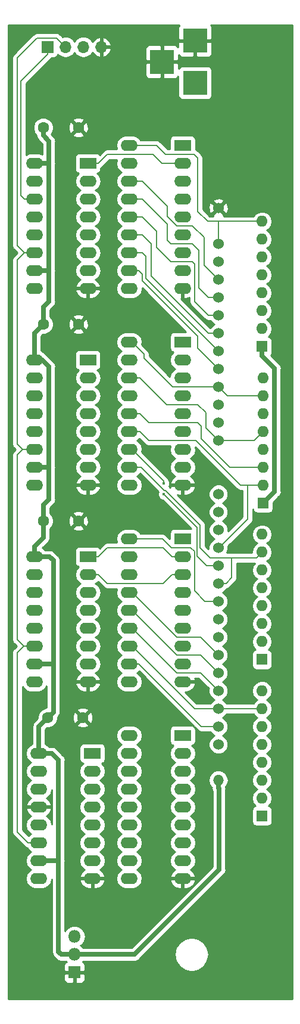
<source format=gbr>
%TF.GenerationSoftware,KiCad,Pcbnew,5.0.2-bee76a0~70~ubuntu16.04.1*%
%TF.CreationDate,2019-05-23T19:14:39-07:00*%
%TF.ProjectId,vfd_driver,7666645f-6472-4697-9665-722e6b696361,rev?*%
%TF.SameCoordinates,Original*%
%TF.FileFunction,Copper,L1,Top*%
%TF.FilePolarity,Positive*%
%FSLAX46Y46*%
G04 Gerber Fmt 4.6, Leading zero omitted, Abs format (unit mm)*
G04 Created by KiCad (PCBNEW 5.0.2-bee76a0~70~ubuntu16.04.1) date Thu 23 May 2019 07:14:39 PM PDT*
%MOMM*%
%LPD*%
G01*
G04 APERTURE LIST*
%ADD10C,1.600000*%
%ADD11R,3.500000X3.500000*%
%ADD12R,1.700000X1.700000*%
%ADD13O,1.700000X1.700000*%
%ADD14R,2.400000X1.600000*%
%ADD15O,2.400000X1.600000*%
%ADD16R,1.800000X1.800000*%
%ADD17O,1.800000X1.800000*%
%ADD18O,1.524000X1.524000*%
%ADD19C,1.524000*%
%ADD20R,1.600000X1.600000*%
%ADD21O,1.600000X1.600000*%
%ADD22C,0.450000*%
%ADD23C,0.635000*%
%ADD24C,0.203200*%
%ADD25C,0.254000*%
G04 APERTURE END LIST*
D10*
X56365000Y-50800000D03*
X61365000Y-50800000D03*
X56365000Y-78740000D03*
X61365000Y-78740000D03*
X56365000Y-106680000D03*
X61365000Y-106680000D03*
X57000000Y-134620000D03*
X62000000Y-134620000D03*
D11*
X77955000Y-44450000D03*
X77955000Y-38450000D03*
X73255000Y-41450000D03*
D12*
X57000000Y-39370000D03*
D13*
X59540000Y-39370000D03*
X62080000Y-39370000D03*
X64620000Y-39370000D03*
D14*
X76200000Y-137160000D03*
D15*
X68580000Y-157480000D03*
X76200000Y-139700000D03*
X68580000Y-154940000D03*
X76200000Y-142240000D03*
X68580000Y-152400000D03*
X76200000Y-144780000D03*
X68580000Y-149860000D03*
X76200000Y-147320000D03*
X68580000Y-147320000D03*
X76200000Y-149860000D03*
X68580000Y-144780000D03*
X76200000Y-152400000D03*
X68580000Y-142240000D03*
X76200000Y-154940000D03*
X68580000Y-139700000D03*
X76200000Y-157480000D03*
X68580000Y-137160000D03*
D14*
X76200000Y-53340000D03*
D15*
X68580000Y-73660000D03*
X76200000Y-55880000D03*
X68580000Y-71120000D03*
X76200000Y-58420000D03*
X68580000Y-68580000D03*
X76200000Y-60960000D03*
X68580000Y-66040000D03*
X76200000Y-63500000D03*
X68580000Y-63500000D03*
X76200000Y-66040000D03*
X68580000Y-60960000D03*
X76200000Y-68580000D03*
X68580000Y-58420000D03*
X76200000Y-71120000D03*
X68580000Y-55880000D03*
X76200000Y-73660000D03*
X68580000Y-53340000D03*
D14*
X76200000Y-81280000D03*
D15*
X68580000Y-101600000D03*
X76200000Y-83820000D03*
X68580000Y-99060000D03*
X76200000Y-86360000D03*
X68580000Y-96520000D03*
X76200000Y-88900000D03*
X68580000Y-93980000D03*
X76200000Y-91440000D03*
X68580000Y-91440000D03*
X76200000Y-93980000D03*
X68580000Y-88900000D03*
X76200000Y-96520000D03*
X68580000Y-86360000D03*
X76200000Y-99060000D03*
X68580000Y-83820000D03*
X76200000Y-101600000D03*
X68580000Y-81280000D03*
D14*
X76200000Y-109220000D03*
D15*
X68580000Y-129540000D03*
X76200000Y-111760000D03*
X68580000Y-127000000D03*
X76200000Y-114300000D03*
X68580000Y-124460000D03*
X76200000Y-116840000D03*
X68580000Y-121920000D03*
X76200000Y-119380000D03*
X68580000Y-119380000D03*
X76200000Y-121920000D03*
X68580000Y-116840000D03*
X76200000Y-124460000D03*
X68580000Y-114300000D03*
X76200000Y-127000000D03*
X68580000Y-111760000D03*
X76200000Y-129540000D03*
X68580000Y-109220000D03*
D16*
X60810000Y-170815000D03*
D17*
X60810000Y-168275000D03*
X60810000Y-165735000D03*
D18*
X81280000Y-143510000D03*
D19*
X81280000Y-138430000D03*
X81280000Y-135890000D03*
X81280000Y-133350000D03*
X81280000Y-130810000D03*
X81280000Y-128270000D03*
X81280000Y-125730000D03*
X81280000Y-123190000D03*
X81280000Y-120650000D03*
X81280000Y-118110000D03*
X81280000Y-115570000D03*
X81280000Y-113030000D03*
X81280000Y-110490000D03*
X81280000Y-107950000D03*
X81280000Y-105410000D03*
X81280000Y-102870000D03*
X81280000Y-95250000D03*
X81280000Y-92710000D03*
X81280000Y-90170000D03*
X81280000Y-87630000D03*
X81280000Y-85090000D03*
X81280000Y-82550000D03*
X81280000Y-80010000D03*
X81280000Y-77470000D03*
X81280000Y-74930000D03*
X81280000Y-72390000D03*
X81280000Y-69850000D03*
X81280000Y-67310000D03*
X81280000Y-62230000D03*
D20*
X87480000Y-81915000D03*
D21*
X87480000Y-79375000D03*
X87480000Y-76835000D03*
X87480000Y-74295000D03*
X87480000Y-71755000D03*
X87480000Y-69215000D03*
X87480000Y-66675000D03*
X87480000Y-64135000D03*
D20*
X87630000Y-104140000D03*
D21*
X87630000Y-101600000D03*
X87630000Y-99060000D03*
X87630000Y-96520000D03*
X87630000Y-93980000D03*
X87630000Y-91440000D03*
X87630000Y-88900000D03*
X87630000Y-86360000D03*
D20*
X87480000Y-126365000D03*
D21*
X87480000Y-123825000D03*
X87480000Y-121285000D03*
X87480000Y-118745000D03*
X87480000Y-116205000D03*
X87480000Y-113665000D03*
X87480000Y-111125000D03*
X87480000Y-108585000D03*
D20*
X87480000Y-148590000D03*
D21*
X87480000Y-146050000D03*
X87480000Y-143510000D03*
X87480000Y-140970000D03*
X87480000Y-138430000D03*
X87480000Y-135890000D03*
X87480000Y-133350000D03*
X87480000Y-130810000D03*
D15*
X55730000Y-139700000D03*
X63350000Y-157480000D03*
X55730000Y-142240000D03*
X63350000Y-154940000D03*
X55730000Y-144780000D03*
X63350000Y-152400000D03*
X55730000Y-147320000D03*
X63350000Y-149860000D03*
X55730000Y-149860000D03*
X63350000Y-147320000D03*
X55730000Y-152400000D03*
X63350000Y-144780000D03*
X55730000Y-154940000D03*
X63350000Y-142240000D03*
X55730000Y-157480000D03*
D14*
X63350000Y-139700000D03*
X62715000Y-55880000D03*
D15*
X55095000Y-73660000D03*
X62715000Y-58420000D03*
X55095000Y-71120000D03*
X62715000Y-60960000D03*
X55095000Y-68580000D03*
X62715000Y-63500000D03*
X55095000Y-66040000D03*
X62715000Y-66040000D03*
X55095000Y-63500000D03*
X62715000Y-68580000D03*
X55095000Y-60960000D03*
X62715000Y-71120000D03*
X55095000Y-58420000D03*
X62715000Y-73660000D03*
X55095000Y-55880000D03*
X55095000Y-83820000D03*
X62715000Y-101600000D03*
X55095000Y-86360000D03*
X62715000Y-99060000D03*
X55095000Y-88900000D03*
X62715000Y-96520000D03*
X55095000Y-91440000D03*
X62715000Y-93980000D03*
X55095000Y-93980000D03*
X62715000Y-91440000D03*
X55095000Y-96520000D03*
X62715000Y-88900000D03*
X55095000Y-99060000D03*
X62715000Y-86360000D03*
X55095000Y-101600000D03*
D14*
X62715000Y-83820000D03*
X62715000Y-111760000D03*
D15*
X55095000Y-129540000D03*
X62715000Y-114300000D03*
X55095000Y-127000000D03*
X62715000Y-116840000D03*
X55095000Y-124460000D03*
X62715000Y-119380000D03*
X55095000Y-121920000D03*
X62715000Y-121920000D03*
X55095000Y-119380000D03*
X62715000Y-124460000D03*
X55095000Y-116840000D03*
X62715000Y-127000000D03*
X55095000Y-114300000D03*
X62715000Y-129540000D03*
X55095000Y-111760000D03*
D22*
X73510000Y-101346000D03*
X73510016Y-102869984D03*
D23*
X55730000Y-135890000D02*
X57000000Y-134620000D01*
X55730000Y-139700000D02*
X55730000Y-135890000D01*
X57565000Y-139700000D02*
X58524000Y-140659000D01*
X55730000Y-139700000D02*
X57565000Y-139700000D01*
X58905000Y-168275000D02*
X60810000Y-168275000D01*
X58524000Y-167894000D02*
X58905000Y-168275000D01*
X57565000Y-154940000D02*
X58524000Y-154940000D01*
X55730000Y-154940000D02*
X57565000Y-154940000D01*
X58524000Y-154940000D02*
X58524000Y-167894000D01*
X58524000Y-140659000D02*
X58524000Y-154940000D01*
X57000000Y-134620000D02*
X57799999Y-133820001D01*
X57254000Y-111760000D02*
X55095000Y-111760000D01*
X57799999Y-112305999D02*
X57254000Y-111760000D01*
X57799999Y-127000000D02*
X57799999Y-112305999D01*
X56930000Y-127000000D02*
X57799999Y-127000000D01*
X55095000Y-127000000D02*
X56930000Y-127000000D01*
X57799999Y-133820001D02*
X57799999Y-127000000D01*
X56365000Y-109055000D02*
X56365000Y-106680000D01*
X55095000Y-110325000D02*
X56365000Y-109055000D01*
X55095000Y-111760000D02*
X55095000Y-110325000D01*
X55095000Y-99060000D02*
X57164999Y-99060000D01*
X56365000Y-76327000D02*
X56365000Y-78740000D01*
X57164999Y-75527001D02*
X56365000Y-76327000D01*
X56930000Y-55880000D02*
X57164999Y-55880000D01*
X55095000Y-55880000D02*
X56930000Y-55880000D01*
X57164999Y-52731369D02*
X57164999Y-54102000D01*
X56365000Y-51931370D02*
X57164999Y-52731369D01*
X56365000Y-50800000D02*
X56365000Y-51931370D01*
X57164999Y-54102000D02*
X57164999Y-55880000D01*
X56930000Y-71120000D02*
X57164999Y-71120000D01*
X55095000Y-71120000D02*
X56930000Y-71120000D01*
X57164999Y-71120000D02*
X57164999Y-75527001D01*
X57164999Y-55880000D02*
X57164999Y-71120000D01*
X62082792Y-168275000D02*
X60810000Y-168275000D01*
X69319000Y-168275000D02*
X62082792Y-168275000D01*
X81280000Y-143510000D02*
X81280000Y-144587630D01*
X81280000Y-144587630D02*
X81384000Y-144691630D01*
X81384000Y-144691630D02*
X81384000Y-156210000D01*
X81384000Y-156210000D02*
X69319000Y-168275000D01*
X56365000Y-104431999D02*
X57164999Y-103632000D01*
X56365000Y-106680000D02*
X56365000Y-104431999D01*
X57164999Y-103632000D02*
X57164999Y-99060000D01*
X55095000Y-80010000D02*
X56365000Y-78740000D01*
X55095000Y-83820000D02*
X55095000Y-80010000D01*
X57164999Y-85344000D02*
X57164999Y-99060000D01*
X57164999Y-84746999D02*
X57164999Y-85344000D01*
X56238000Y-83820000D02*
X57164999Y-84746999D01*
X55095000Y-83820000D02*
X56238000Y-83820000D01*
X87480000Y-83236000D02*
X87480000Y-81915000D01*
X89258000Y-85014000D02*
X87480000Y-83236000D01*
X89258000Y-102512000D02*
X89258000Y-85014000D01*
X87630000Y-104140000D02*
X89258000Y-102512000D01*
D24*
X53691800Y-60960000D02*
X53190000Y-60458200D01*
X57000000Y-40423200D02*
X57000000Y-39370000D01*
X55095000Y-60960000D02*
X53691800Y-60960000D01*
X53190000Y-44233200D02*
X57000000Y-40423200D01*
X53190000Y-60458200D02*
X53190000Y-44233200D01*
X55095000Y-96520000D02*
X53589900Y-96520000D01*
X55095000Y-124460000D02*
X53589900Y-124460000D01*
X55095000Y-68580000D02*
X53691800Y-68580000D01*
X53444000Y-96520000D02*
X53589900Y-96520000D01*
X53691800Y-68580000D02*
X52682000Y-69589800D01*
X52682000Y-69589800D02*
X52682000Y-95758000D01*
X52682000Y-95758000D02*
X53444000Y-96520000D01*
X52682000Y-123552100D02*
X53589900Y-124460000D01*
X52682000Y-97282000D02*
X52682000Y-123552100D01*
X53444000Y-96520000D02*
X52682000Y-97282000D01*
X54224900Y-152400000D02*
X55730000Y-152400000D01*
X52682000Y-125367900D02*
X52682000Y-150857100D01*
X52682000Y-150857100D02*
X54224900Y-152400000D01*
X53589900Y-124460000D02*
X52682000Y-125367900D01*
X53698000Y-68580000D02*
X55095000Y-68580000D01*
X52682000Y-67564000D02*
X53698000Y-68580000D01*
X59540000Y-39370000D02*
X58270000Y-38100000D01*
X58270000Y-38100000D02*
X55476000Y-38100000D01*
X55476000Y-38100000D02*
X52682000Y-40894000D01*
X52682000Y-40894000D02*
X52682000Y-67564000D01*
X73256000Y-55880000D02*
X74796800Y-55880000D01*
X62715000Y-55880000D02*
X64220100Y-55880000D01*
X64220100Y-55880000D02*
X65490100Y-54610000D01*
X74796800Y-55880000D02*
X76200000Y-55880000D01*
X65490100Y-54610000D02*
X71986000Y-54610000D01*
X71986000Y-54610000D02*
X73256000Y-55880000D01*
X74694900Y-111760000D02*
X76200000Y-111760000D01*
X62715000Y-111760000D02*
X64220100Y-111760000D01*
X64220100Y-111760000D02*
X65490100Y-110490000D01*
X65490100Y-110490000D02*
X73424900Y-110490000D01*
X73424900Y-110490000D02*
X74694900Y-111760000D01*
X74694900Y-114300000D02*
X76200000Y-114300000D01*
X62715000Y-114300000D02*
X64220100Y-114300000D01*
X65490100Y-115570000D02*
X73424900Y-115570000D01*
X64220100Y-114300000D02*
X65490100Y-115570000D01*
X73424900Y-115570000D02*
X74694900Y-114300000D01*
X75330000Y-123190000D02*
X78740000Y-123190000D01*
X68980000Y-116840000D02*
X75330000Y-123190000D01*
X68580000Y-116840000D02*
X68980000Y-116840000D01*
X78740000Y-123190000D02*
X81280000Y-125730000D01*
X80518001Y-127508001D02*
X81280000Y-128270000D01*
X78740000Y-125730000D02*
X80518001Y-127508001D01*
X75330000Y-125730000D02*
X78740000Y-125730000D01*
X68980000Y-119380000D02*
X75330000Y-125730000D01*
X68580000Y-119380000D02*
X68980000Y-119380000D01*
X78740000Y-128270000D02*
X81280000Y-130810000D01*
X75330000Y-128270000D02*
X78740000Y-128270000D01*
X68980000Y-121920000D02*
X75330000Y-128270000D01*
X68580000Y-121920000D02*
X68980000Y-121920000D01*
X87480000Y-133350000D02*
X81280000Y-133350000D01*
X80202370Y-133350000D02*
X81280000Y-133350000D01*
X77870000Y-133350000D02*
X80202370Y-133350000D01*
X68980000Y-124460000D02*
X77870000Y-133350000D01*
X68580000Y-124460000D02*
X68980000Y-124460000D01*
X69983200Y-127000000D02*
X78873200Y-135890000D01*
X80202370Y-135890000D02*
X81280000Y-135890000D01*
X78873200Y-135890000D02*
X80202370Y-135890000D01*
X68580000Y-127000000D02*
X69983200Y-127000000D01*
X82908000Y-99060000D02*
X87630000Y-99060000D01*
X78844000Y-93218000D02*
X78844000Y-94996000D01*
X78844000Y-94996000D02*
X82908000Y-99060000D01*
X68580000Y-91440000D02*
X70085100Y-91440000D01*
X70085100Y-91440000D02*
X71355100Y-92710000D01*
X71355100Y-92710000D02*
X78336000Y-92710000D01*
X78336000Y-92710000D02*
X78844000Y-93218000D01*
X87630000Y-101600000D02*
X85448000Y-101600000D01*
X81384000Y-110490000D02*
X81280000Y-110490000D01*
X85448000Y-106426000D02*
X81384000Y-110490000D01*
X85448000Y-101600000D02*
X85448000Y-106426000D01*
X70085100Y-93980000D02*
X68580000Y-93980000D01*
X85448000Y-101600000D02*
X84432000Y-101600000D01*
X71355100Y-95250000D02*
X70085100Y-93980000D01*
X84432000Y-101600000D02*
X78082000Y-95250000D01*
X78082000Y-95250000D02*
X71355100Y-95250000D01*
X68980000Y-96520000D02*
X73510000Y-101050000D01*
X68580000Y-96520000D02*
X68980000Y-96520000D01*
X73510000Y-101050000D02*
X73510000Y-101346000D01*
X79606000Y-113030000D02*
X78273300Y-111697300D01*
X81280000Y-113030000D02*
X79606000Y-113030000D01*
X78273300Y-111697300D02*
X78273300Y-107633268D01*
X78273300Y-107633268D02*
X73735015Y-103094983D01*
X73735015Y-103094983D02*
X73510016Y-102869984D01*
X73554949Y-102340198D02*
X73764306Y-102340198D01*
X73764306Y-102340198D02*
X78679711Y-107255603D01*
X68580000Y-99060000D02*
X70274751Y-99060000D01*
X70274751Y-99060000D02*
X73554949Y-102340198D01*
X78679711Y-107255603D02*
X78679711Y-110512961D01*
X78679711Y-110512961D02*
X80091749Y-111924999D01*
X86680001Y-111924999D02*
X87480000Y-111125000D01*
X82357630Y-115570000D02*
X83162000Y-114765630D01*
X81280000Y-115570000D02*
X82357630Y-115570000D01*
X80091749Y-111924999D02*
X83162000Y-111924999D01*
X83162000Y-114765630D02*
X83162000Y-111924999D01*
X83162000Y-111924999D02*
X86680001Y-111924999D01*
X74569300Y-110490000D02*
X73299300Y-109220000D01*
X69983200Y-109220000D02*
X68580000Y-109220000D01*
X73299300Y-109220000D02*
X69983200Y-109220000D01*
X81280000Y-118110000D02*
X79352000Y-118110000D01*
X79352000Y-118110000D02*
X77866889Y-116624889D01*
X77866889Y-116624889D02*
X77866889Y-111036889D01*
X77320000Y-110490000D02*
X74569300Y-110490000D01*
X77866889Y-111036889D02*
X77320000Y-110490000D01*
X79860000Y-77470000D02*
X81280000Y-77470000D01*
X77894000Y-75504000D02*
X79860000Y-77470000D01*
X77894000Y-70170000D02*
X77894000Y-75504000D01*
X74526000Y-69850000D02*
X77574000Y-69850000D01*
X68580000Y-63500000D02*
X70462000Y-63500000D01*
X70462000Y-63500000D02*
X72494000Y-65532000D01*
X72494000Y-65532000D02*
X72494000Y-67818000D01*
X77574000Y-69850000D02*
X77894000Y-70170000D01*
X72494000Y-67818000D02*
X74526000Y-69850000D01*
X79860000Y-80010000D02*
X81280000Y-80010000D01*
X70462000Y-66040000D02*
X71732000Y-67310000D01*
X68580000Y-66040000D02*
X70462000Y-66040000D01*
X71732000Y-67310000D02*
X71732000Y-71882000D01*
X71732000Y-71882000D02*
X79860000Y-80010000D01*
X70970000Y-72240000D02*
X80518001Y-81788001D01*
X80518001Y-81788001D02*
X81280000Y-82550000D01*
X70462000Y-68580000D02*
X70970000Y-69088000D01*
X68580000Y-68580000D02*
X70462000Y-68580000D01*
X70970000Y-69088000D02*
X70970000Y-72240000D01*
X78336000Y-80476000D02*
X78336000Y-82146000D01*
X68580000Y-71120000D02*
X69983200Y-71120000D01*
X69983200Y-71120000D02*
X70462000Y-71598800D01*
X78336000Y-82146000D02*
X81280000Y-85090000D01*
X70462000Y-71598800D02*
X70462000Y-72602000D01*
X70462000Y-72602000D02*
X78336000Y-80476000D01*
X87630000Y-88900000D02*
X82550000Y-88900000D01*
X82550000Y-88900000D02*
X81280000Y-87630000D01*
X74780000Y-87630000D02*
X81280000Y-87630000D01*
X68580000Y-81280000D02*
X68980000Y-81280000D01*
X68980000Y-81280000D02*
X70716000Y-83016000D01*
X70716000Y-83016000D02*
X70716000Y-83566000D01*
X70716000Y-83566000D02*
X74780000Y-87630000D01*
X86360000Y-95250000D02*
X87630000Y-93980000D01*
X81280000Y-95250000D02*
X86360000Y-95250000D01*
X70085100Y-86360000D02*
X68580000Y-86360000D01*
X81280000Y-95250000D02*
X79468700Y-93438700D01*
X79468700Y-93438700D02*
X79468700Y-91302700D01*
X73895100Y-90170000D02*
X70085100Y-86360000D01*
X79468700Y-91302700D02*
X78336000Y-90170000D01*
X78336000Y-90170000D02*
X73895100Y-90170000D01*
X72494000Y-53340000D02*
X68580000Y-53340000D01*
X73764000Y-54610000D02*
X72494000Y-53340000D01*
X84686000Y-64135000D02*
X87480000Y-64135000D01*
X78336000Y-62738000D02*
X79733000Y-64135000D01*
X77828000Y-54610000D02*
X78336000Y-55118000D01*
X77828000Y-54610000D02*
X73764000Y-54610000D01*
X78336000Y-55118000D02*
X78336000Y-62738000D01*
X81280000Y-64239000D02*
X81384000Y-64135000D01*
X81280000Y-67310000D02*
X81280000Y-64239000D01*
X81384000Y-64135000D02*
X84686000Y-64135000D01*
X79733000Y-64135000D02*
X81384000Y-64135000D01*
X80518001Y-71628001D02*
X81280000Y-72390000D01*
X79225000Y-70335000D02*
X80518001Y-71628001D01*
X79225000Y-66421000D02*
X79225000Y-70335000D01*
X77574000Y-64770000D02*
X79225000Y-66421000D01*
X75330000Y-64770000D02*
X77574000Y-64770000D01*
X74018000Y-61976000D02*
X74018000Y-63458000D01*
X68580000Y-58420000D02*
X70462000Y-58420000D01*
X70462000Y-58420000D02*
X74018000Y-61976000D01*
X74018000Y-63458000D02*
X75330000Y-64770000D01*
X77574000Y-67310000D02*
X78531400Y-68267400D01*
X74526000Y-67310000D02*
X77574000Y-67310000D01*
X79860000Y-74930000D02*
X81280000Y-74930000D01*
X74018000Y-66802000D02*
X74526000Y-67310000D01*
X70462000Y-60960000D02*
X74018000Y-64516000D01*
X78531400Y-73601400D02*
X79860000Y-74930000D01*
X74018000Y-64516000D02*
X74018000Y-66802000D01*
X78531400Y-68267400D02*
X78531400Y-73601400D01*
X68580000Y-60960000D02*
X70462000Y-60960000D01*
D25*
G36*
X75666673Y-36340302D02*
X75570000Y-36573691D01*
X75570000Y-38164250D01*
X75728750Y-38323000D01*
X77828000Y-38323000D01*
X77828000Y-38303000D01*
X78082000Y-38303000D01*
X78082000Y-38323000D01*
X80181250Y-38323000D01*
X80340000Y-38164250D01*
X80340000Y-36573691D01*
X80243327Y-36340302D01*
X80173025Y-36270000D01*
X91746000Y-36270000D01*
X91746001Y-174550000D01*
X51360000Y-174550000D01*
X51360000Y-171100750D01*
X59275000Y-171100750D01*
X59275000Y-171841309D01*
X59371673Y-172074698D01*
X59550301Y-172253327D01*
X59783690Y-172350000D01*
X60524250Y-172350000D01*
X60683000Y-172191250D01*
X60683000Y-170942000D01*
X60937000Y-170942000D01*
X60937000Y-172191250D01*
X61095750Y-172350000D01*
X61836310Y-172350000D01*
X62069699Y-172253327D01*
X62248327Y-172074698D01*
X62345000Y-171841309D01*
X62345000Y-171100750D01*
X62186250Y-170942000D01*
X60937000Y-170942000D01*
X60683000Y-170942000D01*
X59433750Y-170942000D01*
X59275000Y-171100750D01*
X51360000Y-171100750D01*
X51360000Y-40894000D01*
X51930971Y-40894000D01*
X51945400Y-40966540D01*
X51945401Y-67491455D01*
X51930971Y-67564000D01*
X51988139Y-67851406D01*
X52109849Y-68033558D01*
X52109852Y-68033561D01*
X52150943Y-68095058D01*
X52212440Y-68136149D01*
X52653191Y-68576900D01*
X52212442Y-69017649D01*
X52150942Y-69058742D01*
X51988139Y-69302394D01*
X51945400Y-69517257D01*
X51945400Y-69517260D01*
X51930971Y-69589800D01*
X51945400Y-69662340D01*
X51945401Y-95685455D01*
X51930971Y-95758000D01*
X51988139Y-96045406D01*
X52109849Y-96227558D01*
X52109852Y-96227561D01*
X52150943Y-96289058D01*
X52212440Y-96330149D01*
X52402291Y-96520000D01*
X52212442Y-96709849D01*
X52150942Y-96750942D01*
X51988139Y-96994594D01*
X51945400Y-97209457D01*
X51945400Y-97209460D01*
X51930971Y-97282000D01*
X51945400Y-97354540D01*
X51945401Y-123479555D01*
X51930971Y-123552100D01*
X51988139Y-123839506D01*
X52109849Y-124021658D01*
X52109852Y-124021661D01*
X52150943Y-124083158D01*
X52212440Y-124124249D01*
X52548191Y-124460000D01*
X52212442Y-124795749D01*
X52150942Y-124836842D01*
X52109849Y-124898342D01*
X52082907Y-124938663D01*
X51988139Y-125080494D01*
X51945400Y-125295357D01*
X51945400Y-125295360D01*
X51930971Y-125367900D01*
X51945400Y-125440440D01*
X51945401Y-150784555D01*
X51930971Y-150857100D01*
X51988139Y-151144506D01*
X52109849Y-151326658D01*
X52109852Y-151326661D01*
X52150943Y-151388158D01*
X52212440Y-151429249D01*
X53652750Y-152869560D01*
X53693842Y-152931058D01*
X53755339Y-152972149D01*
X53755341Y-152972151D01*
X53937493Y-153093861D01*
X54087732Y-153123745D01*
X54295423Y-153434577D01*
X54647758Y-153670000D01*
X54295423Y-153905423D01*
X53978260Y-154380091D01*
X53866887Y-154940000D01*
X53978260Y-155499909D01*
X54295423Y-155974577D01*
X54647758Y-156210000D01*
X54295423Y-156445423D01*
X53978260Y-156920091D01*
X53866887Y-157480000D01*
X53978260Y-158039909D01*
X54295423Y-158514577D01*
X54770091Y-158831740D01*
X55188667Y-158915000D01*
X56271333Y-158915000D01*
X56689909Y-158831740D01*
X57164577Y-158514577D01*
X57481740Y-158039909D01*
X57571500Y-157588655D01*
X57571501Y-167800185D01*
X57552840Y-167894000D01*
X57626765Y-168265646D01*
X57626766Y-168265647D01*
X57837287Y-168580714D01*
X57916818Y-168633855D01*
X58165143Y-168882180D01*
X58218286Y-168961714D01*
X58533353Y-169172235D01*
X58811190Y-169227500D01*
X58811194Y-169227500D01*
X58904999Y-169246159D01*
X58998804Y-169227500D01*
X59600312Y-169227500D01*
X59667538Y-169328112D01*
X59550301Y-169376673D01*
X59371673Y-169555302D01*
X59275000Y-169788691D01*
X59275000Y-170529250D01*
X59433750Y-170688000D01*
X60683000Y-170688000D01*
X60683000Y-170668000D01*
X60937000Y-170668000D01*
X60937000Y-170688000D01*
X62186250Y-170688000D01*
X62345000Y-170529250D01*
X62345000Y-169788691D01*
X62248327Y-169555302D01*
X62069699Y-169376673D01*
X61952462Y-169328112D01*
X62019688Y-169227500D01*
X69225190Y-169227500D01*
X69319000Y-169246160D01*
X69412810Y-169227500D01*
X69690647Y-169172235D01*
X70005714Y-168961714D01*
X70058857Y-168882180D01*
X70666037Y-168275000D01*
X75038276Y-168275000D01*
X75223380Y-169205580D01*
X75750511Y-169994489D01*
X76539420Y-170521620D01*
X77235103Y-170660000D01*
X77704897Y-170660000D01*
X78400580Y-170521620D01*
X79189489Y-169994489D01*
X79716620Y-169205580D01*
X79901724Y-168275000D01*
X79716620Y-167344420D01*
X79189489Y-166555511D01*
X78400580Y-166028380D01*
X77704897Y-165890000D01*
X77235103Y-165890000D01*
X76539420Y-166028380D01*
X75750511Y-166555511D01*
X75223380Y-167344420D01*
X75038276Y-168275000D01*
X70666037Y-168275000D01*
X81991186Y-156949853D01*
X82070714Y-156896714D01*
X82281235Y-156581647D01*
X82308332Y-156445423D01*
X82355160Y-156210000D01*
X82336500Y-156116190D01*
X82336500Y-144785438D01*
X82355160Y-144691629D01*
X82325909Y-144544577D01*
X82312825Y-144478799D01*
X82595944Y-144055082D01*
X82704368Y-143510000D01*
X82595944Y-142964918D01*
X82287180Y-142502820D01*
X81825082Y-142194056D01*
X81417588Y-142113000D01*
X81142412Y-142113000D01*
X80734918Y-142194056D01*
X80272820Y-142502820D01*
X79964056Y-142964918D01*
X79855632Y-143510000D01*
X79964056Y-144055082D01*
X80272820Y-144517180D01*
X80316984Y-144546689D01*
X80308840Y-144587630D01*
X80382765Y-144959276D01*
X80431500Y-145032213D01*
X80431501Y-155815460D01*
X68924463Y-167322500D01*
X62019688Y-167322500D01*
X61916673Y-167168327D01*
X61672237Y-167005000D01*
X61916673Y-166841673D01*
X62255938Y-166333927D01*
X62375072Y-165735000D01*
X62255938Y-165136073D01*
X61916673Y-164628327D01*
X61408927Y-164289062D01*
X60961182Y-164200000D01*
X60658818Y-164200000D01*
X60211073Y-164289062D01*
X59703327Y-164628327D01*
X59476500Y-164967798D01*
X59476500Y-157829039D01*
X61558096Y-157829039D01*
X61575633Y-157911819D01*
X61845500Y-158404896D01*
X62283517Y-158757166D01*
X62823000Y-158915000D01*
X63223000Y-158915000D01*
X63223000Y-157607000D01*
X63477000Y-157607000D01*
X63477000Y-158915000D01*
X63877000Y-158915000D01*
X64416483Y-158757166D01*
X64854500Y-158404896D01*
X65124367Y-157911819D01*
X65141904Y-157829039D01*
X65019915Y-157607000D01*
X63477000Y-157607000D01*
X63223000Y-157607000D01*
X61680085Y-157607000D01*
X61558096Y-157829039D01*
X59476500Y-157829039D01*
X59476500Y-155033810D01*
X59495160Y-154940000D01*
X59476500Y-154846190D01*
X59476500Y-142240000D01*
X61486887Y-142240000D01*
X61598260Y-142799909D01*
X61915423Y-143274577D01*
X62267758Y-143510000D01*
X61915423Y-143745423D01*
X61598260Y-144220091D01*
X61486887Y-144780000D01*
X61598260Y-145339909D01*
X61915423Y-145814577D01*
X62267758Y-146050000D01*
X61915423Y-146285423D01*
X61598260Y-146760091D01*
X61486887Y-147320000D01*
X61598260Y-147879909D01*
X61915423Y-148354577D01*
X62267758Y-148590000D01*
X61915423Y-148825423D01*
X61598260Y-149300091D01*
X61486887Y-149860000D01*
X61598260Y-150419909D01*
X61915423Y-150894577D01*
X62267758Y-151130000D01*
X61915423Y-151365423D01*
X61598260Y-151840091D01*
X61486887Y-152400000D01*
X61598260Y-152959909D01*
X61915423Y-153434577D01*
X62267758Y-153670000D01*
X61915423Y-153905423D01*
X61598260Y-154380091D01*
X61486887Y-154940000D01*
X61598260Y-155499909D01*
X61915423Y-155974577D01*
X62271499Y-156212499D01*
X61845500Y-156555104D01*
X61575633Y-157048181D01*
X61558096Y-157130961D01*
X61680085Y-157353000D01*
X63223000Y-157353000D01*
X63223000Y-157333000D01*
X63477000Y-157333000D01*
X63477000Y-157353000D01*
X65019915Y-157353000D01*
X65141904Y-157130961D01*
X65124367Y-157048181D01*
X64854500Y-156555104D01*
X64428501Y-156212499D01*
X64784577Y-155974577D01*
X65101740Y-155499909D01*
X65213113Y-154940000D01*
X65101740Y-154380091D01*
X64784577Y-153905423D01*
X64432242Y-153670000D01*
X64784577Y-153434577D01*
X65101740Y-152959909D01*
X65213113Y-152400000D01*
X65101740Y-151840091D01*
X64784577Y-151365423D01*
X64432242Y-151130000D01*
X64784577Y-150894577D01*
X65101740Y-150419909D01*
X65213113Y-149860000D01*
X65101740Y-149300091D01*
X64784577Y-148825423D01*
X64432242Y-148590000D01*
X64784577Y-148354577D01*
X65101740Y-147879909D01*
X65213113Y-147320000D01*
X65101740Y-146760091D01*
X64784577Y-146285423D01*
X64432242Y-146050000D01*
X64784577Y-145814577D01*
X65101740Y-145339909D01*
X65213113Y-144780000D01*
X65101740Y-144220091D01*
X64784577Y-143745423D01*
X64432242Y-143510000D01*
X64784577Y-143274577D01*
X65101740Y-142799909D01*
X65213113Y-142240000D01*
X65101740Y-141680091D01*
X64784577Y-141205423D01*
X64663894Y-141124785D01*
X64797765Y-141098157D01*
X65007809Y-140957809D01*
X65148157Y-140747765D01*
X65197440Y-140500000D01*
X65197440Y-138900000D01*
X65148157Y-138652235D01*
X65007809Y-138442191D01*
X64797765Y-138301843D01*
X64550000Y-138252560D01*
X62150000Y-138252560D01*
X61902235Y-138301843D01*
X61692191Y-138442191D01*
X61551843Y-138652235D01*
X61502560Y-138900000D01*
X61502560Y-140500000D01*
X61551843Y-140747765D01*
X61692191Y-140957809D01*
X61902235Y-141098157D01*
X62036106Y-141124785D01*
X61915423Y-141205423D01*
X61598260Y-141680091D01*
X61486887Y-142240000D01*
X59476500Y-142240000D01*
X59476500Y-140752810D01*
X59495160Y-140659000D01*
X59421235Y-140287353D01*
X59263853Y-140051814D01*
X59210714Y-139972286D01*
X59131186Y-139919147D01*
X58304856Y-139092819D01*
X58251714Y-139013286D01*
X57936647Y-138802765D01*
X57658810Y-138747500D01*
X57565000Y-138728840D01*
X57471190Y-138747500D01*
X57219419Y-138747500D01*
X57164577Y-138665423D01*
X56689909Y-138348260D01*
X56682500Y-138346786D01*
X56682500Y-137160000D01*
X66716887Y-137160000D01*
X66828260Y-137719909D01*
X67145423Y-138194577D01*
X67497758Y-138430000D01*
X67145423Y-138665423D01*
X66828260Y-139140091D01*
X66716887Y-139700000D01*
X66828260Y-140259909D01*
X67145423Y-140734577D01*
X67497758Y-140970000D01*
X67145423Y-141205423D01*
X66828260Y-141680091D01*
X66716887Y-142240000D01*
X66828260Y-142799909D01*
X67145423Y-143274577D01*
X67497758Y-143510000D01*
X67145423Y-143745423D01*
X66828260Y-144220091D01*
X66716887Y-144780000D01*
X66828260Y-145339909D01*
X67145423Y-145814577D01*
X67497758Y-146050000D01*
X67145423Y-146285423D01*
X66828260Y-146760091D01*
X66716887Y-147320000D01*
X66828260Y-147879909D01*
X67145423Y-148354577D01*
X67497758Y-148590000D01*
X67145423Y-148825423D01*
X66828260Y-149300091D01*
X66716887Y-149860000D01*
X66828260Y-150419909D01*
X67145423Y-150894577D01*
X67497758Y-151130000D01*
X67145423Y-151365423D01*
X66828260Y-151840091D01*
X66716887Y-152400000D01*
X66828260Y-152959909D01*
X67145423Y-153434577D01*
X67497758Y-153670000D01*
X67145423Y-153905423D01*
X66828260Y-154380091D01*
X66716887Y-154940000D01*
X66828260Y-155499909D01*
X67145423Y-155974577D01*
X67497758Y-156210000D01*
X67145423Y-156445423D01*
X66828260Y-156920091D01*
X66716887Y-157480000D01*
X66828260Y-158039909D01*
X67145423Y-158514577D01*
X67620091Y-158831740D01*
X68038667Y-158915000D01*
X69121333Y-158915000D01*
X69539909Y-158831740D01*
X70014577Y-158514577D01*
X70331740Y-158039909D01*
X70373684Y-157829039D01*
X74408096Y-157829039D01*
X74425633Y-157911819D01*
X74695500Y-158404896D01*
X75133517Y-158757166D01*
X75673000Y-158915000D01*
X76073000Y-158915000D01*
X76073000Y-157607000D01*
X76327000Y-157607000D01*
X76327000Y-158915000D01*
X76727000Y-158915000D01*
X77266483Y-158757166D01*
X77704500Y-158404896D01*
X77974367Y-157911819D01*
X77991904Y-157829039D01*
X77869915Y-157607000D01*
X76327000Y-157607000D01*
X76073000Y-157607000D01*
X74530085Y-157607000D01*
X74408096Y-157829039D01*
X70373684Y-157829039D01*
X70443113Y-157480000D01*
X70331740Y-156920091D01*
X70014577Y-156445423D01*
X69662242Y-156210000D01*
X70014577Y-155974577D01*
X70331740Y-155499909D01*
X70443113Y-154940000D01*
X70331740Y-154380091D01*
X70014577Y-153905423D01*
X69662242Y-153670000D01*
X70014577Y-153434577D01*
X70331740Y-152959909D01*
X70443113Y-152400000D01*
X70331740Y-151840091D01*
X70014577Y-151365423D01*
X69662242Y-151130000D01*
X70014577Y-150894577D01*
X70331740Y-150419909D01*
X70443113Y-149860000D01*
X70331740Y-149300091D01*
X70014577Y-148825423D01*
X69662242Y-148590000D01*
X70014577Y-148354577D01*
X70331740Y-147879909D01*
X70443113Y-147320000D01*
X70331740Y-146760091D01*
X70014577Y-146285423D01*
X69662242Y-146050000D01*
X70014577Y-145814577D01*
X70331740Y-145339909D01*
X70443113Y-144780000D01*
X70331740Y-144220091D01*
X70014577Y-143745423D01*
X69662242Y-143510000D01*
X70014577Y-143274577D01*
X70331740Y-142799909D01*
X70443113Y-142240000D01*
X70331740Y-141680091D01*
X70014577Y-141205423D01*
X69662242Y-140970000D01*
X70014577Y-140734577D01*
X70331740Y-140259909D01*
X70443113Y-139700000D01*
X70331740Y-139140091D01*
X70014577Y-138665423D01*
X69662242Y-138430000D01*
X70014577Y-138194577D01*
X70331740Y-137719909D01*
X70443113Y-137160000D01*
X70331740Y-136600091D01*
X70014577Y-136125423D01*
X69539909Y-135808260D01*
X69121333Y-135725000D01*
X68038667Y-135725000D01*
X67620091Y-135808260D01*
X67145423Y-136125423D01*
X66828260Y-136600091D01*
X66716887Y-137160000D01*
X56682500Y-137160000D01*
X56682500Y-136284537D01*
X56912037Y-136055000D01*
X57285439Y-136055000D01*
X57812862Y-135836534D01*
X58021651Y-135627745D01*
X61171861Y-135627745D01*
X61245995Y-135873864D01*
X61783223Y-136066965D01*
X62353454Y-136039778D01*
X62754005Y-135873864D01*
X62828139Y-135627745D01*
X62000000Y-134799605D01*
X61171861Y-135627745D01*
X58021651Y-135627745D01*
X58216534Y-135432862D01*
X58435000Y-134905439D01*
X58435000Y-134541268D01*
X58486713Y-134506715D01*
X58555864Y-134403223D01*
X60553035Y-134403223D01*
X60580222Y-134973454D01*
X60746136Y-135374005D01*
X60992255Y-135448139D01*
X61820395Y-134620000D01*
X62179605Y-134620000D01*
X63007745Y-135448139D01*
X63253864Y-135374005D01*
X63446965Y-134836777D01*
X63419778Y-134266546D01*
X63253864Y-133865995D01*
X63007745Y-133791861D01*
X62179605Y-134620000D01*
X61820395Y-134620000D01*
X60992255Y-133791861D01*
X60746136Y-133865995D01*
X60553035Y-134403223D01*
X58555864Y-134403223D01*
X58697234Y-134191648D01*
X58752499Y-133913811D01*
X58752499Y-133913807D01*
X58771158Y-133820002D01*
X58752499Y-133726197D01*
X58752499Y-133612255D01*
X61171861Y-133612255D01*
X62000000Y-134440395D01*
X62828139Y-133612255D01*
X62754005Y-133366136D01*
X62216777Y-133173035D01*
X61646546Y-133200222D01*
X61245995Y-133366136D01*
X61171861Y-133612255D01*
X58752499Y-133612255D01*
X58752499Y-129889039D01*
X60923096Y-129889039D01*
X60940633Y-129971819D01*
X61210500Y-130464896D01*
X61648517Y-130817166D01*
X62188000Y-130975000D01*
X62588000Y-130975000D01*
X62588000Y-129667000D01*
X62842000Y-129667000D01*
X62842000Y-130975000D01*
X63242000Y-130975000D01*
X63781483Y-130817166D01*
X64219500Y-130464896D01*
X64489367Y-129971819D01*
X64506904Y-129889039D01*
X64384915Y-129667000D01*
X62842000Y-129667000D01*
X62588000Y-129667000D01*
X61045085Y-129667000D01*
X60923096Y-129889039D01*
X58752499Y-129889039D01*
X58752499Y-127093809D01*
X58771159Y-127000000D01*
X58752499Y-126906190D01*
X58752499Y-112399807D01*
X58771159Y-112305998D01*
X58736478Y-112131646D01*
X58697234Y-111934352D01*
X58486713Y-111619285D01*
X58407179Y-111566142D01*
X57993857Y-111152820D01*
X57940714Y-111073286D01*
X57625647Y-110862765D01*
X57347810Y-110807500D01*
X57254000Y-110788840D01*
X57160190Y-110807500D01*
X56584419Y-110807500D01*
X56529577Y-110725423D01*
X56237065Y-110529973D01*
X56972184Y-109794854D01*
X57051714Y-109741714D01*
X57262235Y-109426647D01*
X57317500Y-109148810D01*
X57317500Y-109148809D01*
X57336160Y-109055001D01*
X57317500Y-108961192D01*
X57317500Y-107756896D01*
X57386651Y-107687745D01*
X60536861Y-107687745D01*
X60610995Y-107933864D01*
X61148223Y-108126965D01*
X61718454Y-108099778D01*
X62119005Y-107933864D01*
X62193139Y-107687745D01*
X61365000Y-106859605D01*
X60536861Y-107687745D01*
X57386651Y-107687745D01*
X57581534Y-107492862D01*
X57800000Y-106965439D01*
X57800000Y-106463223D01*
X59918035Y-106463223D01*
X59945222Y-107033454D01*
X60111136Y-107434005D01*
X60357255Y-107508139D01*
X61185395Y-106680000D01*
X61544605Y-106680000D01*
X62372745Y-107508139D01*
X62618864Y-107434005D01*
X62811965Y-106896777D01*
X62784778Y-106326546D01*
X62618864Y-105925995D01*
X62372745Y-105851861D01*
X61544605Y-106680000D01*
X61185395Y-106680000D01*
X60357255Y-105851861D01*
X60111136Y-105925995D01*
X59918035Y-106463223D01*
X57800000Y-106463223D01*
X57800000Y-106394561D01*
X57581534Y-105867138D01*
X57386651Y-105672255D01*
X60536861Y-105672255D01*
X61365000Y-106500395D01*
X62193139Y-105672255D01*
X62119005Y-105426136D01*
X61581777Y-105233035D01*
X61011546Y-105260222D01*
X60610995Y-105426136D01*
X60536861Y-105672255D01*
X57386651Y-105672255D01*
X57317500Y-105603104D01*
X57317500Y-104826536D01*
X57772182Y-104371854D01*
X57851713Y-104318714D01*
X58062234Y-104003647D01*
X58117499Y-103725810D01*
X58117499Y-103725806D01*
X58136158Y-103632001D01*
X58117499Y-103538196D01*
X58117499Y-101949039D01*
X60923096Y-101949039D01*
X60940633Y-102031819D01*
X61210500Y-102524896D01*
X61648517Y-102877166D01*
X62188000Y-103035000D01*
X62588000Y-103035000D01*
X62588000Y-101727000D01*
X62842000Y-101727000D01*
X62842000Y-103035000D01*
X63242000Y-103035000D01*
X63781483Y-102877166D01*
X64219500Y-102524896D01*
X64489367Y-102031819D01*
X64506904Y-101949039D01*
X64384915Y-101727000D01*
X62842000Y-101727000D01*
X62588000Y-101727000D01*
X61045085Y-101727000D01*
X60923096Y-101949039D01*
X58117499Y-101949039D01*
X58117499Y-99153810D01*
X58136159Y-99060000D01*
X58117499Y-98966190D01*
X58117499Y-86360000D01*
X60851887Y-86360000D01*
X60963260Y-86919909D01*
X61280423Y-87394577D01*
X61632758Y-87630000D01*
X61280423Y-87865423D01*
X60963260Y-88340091D01*
X60851887Y-88900000D01*
X60963260Y-89459909D01*
X61280423Y-89934577D01*
X61632758Y-90170000D01*
X61280423Y-90405423D01*
X60963260Y-90880091D01*
X60851887Y-91440000D01*
X60963260Y-91999909D01*
X61280423Y-92474577D01*
X61632758Y-92710000D01*
X61280423Y-92945423D01*
X60963260Y-93420091D01*
X60851887Y-93980000D01*
X60963260Y-94539909D01*
X61280423Y-95014577D01*
X61632758Y-95250000D01*
X61280423Y-95485423D01*
X60963260Y-95960091D01*
X60851887Y-96520000D01*
X60963260Y-97079909D01*
X61280423Y-97554577D01*
X61632758Y-97790000D01*
X61280423Y-98025423D01*
X60963260Y-98500091D01*
X60851887Y-99060000D01*
X60963260Y-99619909D01*
X61280423Y-100094577D01*
X61636499Y-100332499D01*
X61210500Y-100675104D01*
X60940633Y-101168181D01*
X60923096Y-101250961D01*
X61045085Y-101473000D01*
X62588000Y-101473000D01*
X62588000Y-101453000D01*
X62842000Y-101453000D01*
X62842000Y-101473000D01*
X64384915Y-101473000D01*
X64506904Y-101250961D01*
X64489367Y-101168181D01*
X64219500Y-100675104D01*
X63793501Y-100332499D01*
X64149577Y-100094577D01*
X64466740Y-99619909D01*
X64578113Y-99060000D01*
X64466740Y-98500091D01*
X64149577Y-98025423D01*
X63797242Y-97790000D01*
X64149577Y-97554577D01*
X64466740Y-97079909D01*
X64578113Y-96520000D01*
X64466740Y-95960091D01*
X64149577Y-95485423D01*
X63797242Y-95250000D01*
X64149577Y-95014577D01*
X64466740Y-94539909D01*
X64578113Y-93980000D01*
X64466740Y-93420091D01*
X64149577Y-92945423D01*
X63797242Y-92710000D01*
X64149577Y-92474577D01*
X64466740Y-91999909D01*
X64578113Y-91440000D01*
X64466740Y-90880091D01*
X64149577Y-90405423D01*
X63797242Y-90170000D01*
X64149577Y-89934577D01*
X64466740Y-89459909D01*
X64578113Y-88900000D01*
X64466740Y-88340091D01*
X64149577Y-87865423D01*
X63797242Y-87630000D01*
X64149577Y-87394577D01*
X64466740Y-86919909D01*
X64578113Y-86360000D01*
X64466740Y-85800091D01*
X64149577Y-85325423D01*
X64028894Y-85244785D01*
X64162765Y-85218157D01*
X64372809Y-85077809D01*
X64513157Y-84867765D01*
X64562440Y-84620000D01*
X64562440Y-83020000D01*
X64513157Y-82772235D01*
X64372809Y-82562191D01*
X64162765Y-82421843D01*
X63915000Y-82372560D01*
X61515000Y-82372560D01*
X61267235Y-82421843D01*
X61057191Y-82562191D01*
X60916843Y-82772235D01*
X60867560Y-83020000D01*
X60867560Y-84620000D01*
X60916843Y-84867765D01*
X61057191Y-85077809D01*
X61267235Y-85218157D01*
X61401106Y-85244785D01*
X61280423Y-85325423D01*
X60963260Y-85800091D01*
X60851887Y-86360000D01*
X58117499Y-86360000D01*
X58117499Y-84840809D01*
X58136159Y-84746999D01*
X58062234Y-84375352D01*
X57904852Y-84139813D01*
X57851713Y-84060285D01*
X57772185Y-84007146D01*
X56977856Y-83212819D01*
X56924714Y-83133286D01*
X56630782Y-82936887D01*
X56529577Y-82785423D01*
X56054909Y-82468260D01*
X56047500Y-82466786D01*
X56047500Y-80404537D01*
X56277037Y-80175000D01*
X56650439Y-80175000D01*
X57177862Y-79956534D01*
X57386651Y-79747745D01*
X60536861Y-79747745D01*
X60610995Y-79993864D01*
X61148223Y-80186965D01*
X61718454Y-80159778D01*
X62119005Y-79993864D01*
X62193139Y-79747745D01*
X61365000Y-78919605D01*
X60536861Y-79747745D01*
X57386651Y-79747745D01*
X57581534Y-79552862D01*
X57800000Y-79025439D01*
X57800000Y-78523223D01*
X59918035Y-78523223D01*
X59945222Y-79093454D01*
X60111136Y-79494005D01*
X60357255Y-79568139D01*
X61185395Y-78740000D01*
X61544605Y-78740000D01*
X62372745Y-79568139D01*
X62618864Y-79494005D01*
X62811965Y-78956777D01*
X62784778Y-78386546D01*
X62618864Y-77985995D01*
X62372745Y-77911861D01*
X61544605Y-78740000D01*
X61185395Y-78740000D01*
X60357255Y-77911861D01*
X60111136Y-77985995D01*
X59918035Y-78523223D01*
X57800000Y-78523223D01*
X57800000Y-78454561D01*
X57581534Y-77927138D01*
X57386651Y-77732255D01*
X60536861Y-77732255D01*
X61365000Y-78560395D01*
X62193139Y-77732255D01*
X62119005Y-77486136D01*
X61581777Y-77293035D01*
X61011546Y-77320222D01*
X60610995Y-77486136D01*
X60536861Y-77732255D01*
X57386651Y-77732255D01*
X57317500Y-77663104D01*
X57317500Y-76721537D01*
X57772182Y-76266856D01*
X57851713Y-76213715D01*
X58062234Y-75898648D01*
X58117499Y-75620811D01*
X58117499Y-75620807D01*
X58136158Y-75527002D01*
X58117499Y-75433197D01*
X58117499Y-74009039D01*
X60923096Y-74009039D01*
X60940633Y-74091819D01*
X61210500Y-74584896D01*
X61648517Y-74937166D01*
X62188000Y-75095000D01*
X62588000Y-75095000D01*
X62588000Y-73787000D01*
X62842000Y-73787000D01*
X62842000Y-75095000D01*
X63242000Y-75095000D01*
X63781483Y-74937166D01*
X64219500Y-74584896D01*
X64489367Y-74091819D01*
X64506904Y-74009039D01*
X64384915Y-73787000D01*
X62842000Y-73787000D01*
X62588000Y-73787000D01*
X61045085Y-73787000D01*
X60923096Y-74009039D01*
X58117499Y-74009039D01*
X58117499Y-71213810D01*
X58136159Y-71120000D01*
X58117499Y-71026190D01*
X58117499Y-58420000D01*
X60851887Y-58420000D01*
X60963260Y-58979909D01*
X61280423Y-59454577D01*
X61632758Y-59690000D01*
X61280423Y-59925423D01*
X60963260Y-60400091D01*
X60851887Y-60960000D01*
X60963260Y-61519909D01*
X61280423Y-61994577D01*
X61632758Y-62230000D01*
X61280423Y-62465423D01*
X60963260Y-62940091D01*
X60851887Y-63500000D01*
X60963260Y-64059909D01*
X61280423Y-64534577D01*
X61632758Y-64770000D01*
X61280423Y-65005423D01*
X60963260Y-65480091D01*
X60851887Y-66040000D01*
X60963260Y-66599909D01*
X61280423Y-67074577D01*
X61632758Y-67310000D01*
X61280423Y-67545423D01*
X60963260Y-68020091D01*
X60851887Y-68580000D01*
X60963260Y-69139909D01*
X61280423Y-69614577D01*
X61632758Y-69850000D01*
X61280423Y-70085423D01*
X60963260Y-70560091D01*
X60851887Y-71120000D01*
X60963260Y-71679909D01*
X61280423Y-72154577D01*
X61636499Y-72392499D01*
X61210500Y-72735104D01*
X60940633Y-73228181D01*
X60923096Y-73310961D01*
X61045085Y-73533000D01*
X62588000Y-73533000D01*
X62588000Y-73513000D01*
X62842000Y-73513000D01*
X62842000Y-73533000D01*
X64384915Y-73533000D01*
X64506904Y-73310961D01*
X64489367Y-73228181D01*
X64219500Y-72735104D01*
X63793501Y-72392499D01*
X64149577Y-72154577D01*
X64466740Y-71679909D01*
X64578113Y-71120000D01*
X64466740Y-70560091D01*
X64149577Y-70085423D01*
X63797242Y-69850000D01*
X64149577Y-69614577D01*
X64466740Y-69139909D01*
X64578113Y-68580000D01*
X64466740Y-68020091D01*
X64149577Y-67545423D01*
X63797242Y-67310000D01*
X64149577Y-67074577D01*
X64466740Y-66599909D01*
X64578113Y-66040000D01*
X64466740Y-65480091D01*
X64149577Y-65005423D01*
X63797242Y-64770000D01*
X64149577Y-64534577D01*
X64466740Y-64059909D01*
X64578113Y-63500000D01*
X64466740Y-62940091D01*
X64149577Y-62465423D01*
X63797242Y-62230000D01*
X64149577Y-61994577D01*
X64466740Y-61519909D01*
X64578113Y-60960000D01*
X64466740Y-60400091D01*
X64149577Y-59925423D01*
X63797242Y-59690000D01*
X64149577Y-59454577D01*
X64466740Y-58979909D01*
X64578113Y-58420000D01*
X64466740Y-57860091D01*
X64149577Y-57385423D01*
X64028894Y-57304785D01*
X64162765Y-57278157D01*
X64372809Y-57137809D01*
X64513157Y-56927765D01*
X64562440Y-56680000D01*
X64562440Y-56537156D01*
X64751158Y-56411058D01*
X64792251Y-56349558D01*
X65795210Y-55346600D01*
X66822987Y-55346600D01*
X66716887Y-55880000D01*
X66828260Y-56439909D01*
X67145423Y-56914577D01*
X67497758Y-57150000D01*
X67145423Y-57385423D01*
X66828260Y-57860091D01*
X66716887Y-58420000D01*
X66828260Y-58979909D01*
X67145423Y-59454577D01*
X67497758Y-59690000D01*
X67145423Y-59925423D01*
X66828260Y-60400091D01*
X66716887Y-60960000D01*
X66828260Y-61519909D01*
X67145423Y-61994577D01*
X67497758Y-62230000D01*
X67145423Y-62465423D01*
X66828260Y-62940091D01*
X66716887Y-63500000D01*
X66828260Y-64059909D01*
X67145423Y-64534577D01*
X67497758Y-64770000D01*
X67145423Y-65005423D01*
X66828260Y-65480091D01*
X66716887Y-66040000D01*
X66828260Y-66599909D01*
X67145423Y-67074577D01*
X67497758Y-67310000D01*
X67145423Y-67545423D01*
X66828260Y-68020091D01*
X66716887Y-68580000D01*
X66828260Y-69139909D01*
X67145423Y-69614577D01*
X67497758Y-69850000D01*
X67145423Y-70085423D01*
X66828260Y-70560091D01*
X66716887Y-71120000D01*
X66828260Y-71679909D01*
X67145423Y-72154577D01*
X67497758Y-72390000D01*
X67145423Y-72625423D01*
X66828260Y-73100091D01*
X66716887Y-73660000D01*
X66828260Y-74219909D01*
X67145423Y-74694577D01*
X67620091Y-75011740D01*
X68038667Y-75095000D01*
X69121333Y-75095000D01*
X69539909Y-75011740D01*
X70014577Y-74694577D01*
X70331740Y-74219909D01*
X70443113Y-73660000D01*
X70434378Y-73616087D01*
X76650850Y-79832560D01*
X75000000Y-79832560D01*
X74752235Y-79881843D01*
X74542191Y-80022191D01*
X74401843Y-80232235D01*
X74352560Y-80480000D01*
X74352560Y-82080000D01*
X74401843Y-82327765D01*
X74542191Y-82537809D01*
X74752235Y-82678157D01*
X74886106Y-82704785D01*
X74765423Y-82785423D01*
X74448260Y-83260091D01*
X74336887Y-83820000D01*
X74448260Y-84379909D01*
X74765423Y-84854577D01*
X75117758Y-85090000D01*
X74765423Y-85325423D01*
X74448260Y-85800091D01*
X74372528Y-86180819D01*
X71452600Y-83260891D01*
X71452600Y-83088540D01*
X71467029Y-83016000D01*
X71452600Y-82943457D01*
X71452600Y-82943456D01*
X71409861Y-82728593D01*
X71334333Y-82615558D01*
X71288151Y-82546441D01*
X71288149Y-82546439D01*
X71247058Y-82484942D01*
X71185561Y-82443851D01*
X70373198Y-81631488D01*
X70443113Y-81280000D01*
X70331740Y-80720091D01*
X70014577Y-80245423D01*
X69539909Y-79928260D01*
X69121333Y-79845000D01*
X68038667Y-79845000D01*
X67620091Y-79928260D01*
X67145423Y-80245423D01*
X66828260Y-80720091D01*
X66716887Y-81280000D01*
X66828260Y-81839909D01*
X67145423Y-82314577D01*
X67497758Y-82550000D01*
X67145423Y-82785423D01*
X66828260Y-83260091D01*
X66716887Y-83820000D01*
X66828260Y-84379909D01*
X67145423Y-84854577D01*
X67497758Y-85090000D01*
X67145423Y-85325423D01*
X66828260Y-85800091D01*
X66716887Y-86360000D01*
X66828260Y-86919909D01*
X67145423Y-87394577D01*
X67497758Y-87630000D01*
X67145423Y-87865423D01*
X66828260Y-88340091D01*
X66716887Y-88900000D01*
X66828260Y-89459909D01*
X67145423Y-89934577D01*
X67497758Y-90170000D01*
X67145423Y-90405423D01*
X66828260Y-90880091D01*
X66716887Y-91440000D01*
X66828260Y-91999909D01*
X67145423Y-92474577D01*
X67497758Y-92710000D01*
X67145423Y-92945423D01*
X66828260Y-93420091D01*
X66716887Y-93980000D01*
X66828260Y-94539909D01*
X67145423Y-95014577D01*
X67497758Y-95250000D01*
X67145423Y-95485423D01*
X66828260Y-95960091D01*
X66716887Y-96520000D01*
X66828260Y-97079909D01*
X67145423Y-97554577D01*
X67497758Y-97790000D01*
X67145423Y-98025423D01*
X66828260Y-98500091D01*
X66716887Y-99060000D01*
X66828260Y-99619909D01*
X67145423Y-100094577D01*
X67497758Y-100330000D01*
X67145423Y-100565423D01*
X66828260Y-101040091D01*
X66716887Y-101600000D01*
X66828260Y-102159909D01*
X67145423Y-102634577D01*
X67620091Y-102951740D01*
X68038667Y-103035000D01*
X69121333Y-103035000D01*
X69539909Y-102951740D01*
X70014577Y-102634577D01*
X70331740Y-102159909D01*
X70443113Y-101600000D01*
X70331740Y-101040091D01*
X70014577Y-100565423D01*
X69662242Y-100330000D01*
X70014577Y-100094577D01*
X70115931Y-99942889D01*
X72715022Y-102541980D01*
X72650016Y-102698919D01*
X72650016Y-103041049D01*
X72780944Y-103357135D01*
X73022865Y-103599056D01*
X73320780Y-103722457D01*
X77370882Y-107772560D01*
X75000000Y-107772560D01*
X74752235Y-107821843D01*
X74542191Y-107962191D01*
X74401843Y-108172235D01*
X74352560Y-108420000D01*
X74352560Y-109231551D01*
X73871451Y-108750442D01*
X73830358Y-108688942D01*
X73586707Y-108526139D01*
X73371844Y-108483400D01*
X73371840Y-108483400D01*
X73299300Y-108468971D01*
X73226760Y-108483400D01*
X70213679Y-108483400D01*
X70014577Y-108185423D01*
X69539909Y-107868260D01*
X69121333Y-107785000D01*
X68038667Y-107785000D01*
X67620091Y-107868260D01*
X67145423Y-108185423D01*
X66828260Y-108660091D01*
X66716887Y-109220000D01*
X66822987Y-109753400D01*
X65562640Y-109753400D01*
X65490099Y-109738971D01*
X65417559Y-109753400D01*
X65417556Y-109753400D01*
X65202693Y-109796139D01*
X65020541Y-109917849D01*
X65020539Y-109917851D01*
X64959042Y-109958942D01*
X64917950Y-110020440D01*
X64398200Y-110540191D01*
X64372809Y-110502191D01*
X64162765Y-110361843D01*
X63915000Y-110312560D01*
X61515000Y-110312560D01*
X61267235Y-110361843D01*
X61057191Y-110502191D01*
X60916843Y-110712235D01*
X60867560Y-110960000D01*
X60867560Y-112560000D01*
X60916843Y-112807765D01*
X61057191Y-113017809D01*
X61267235Y-113158157D01*
X61401106Y-113184785D01*
X61280423Y-113265423D01*
X60963260Y-113740091D01*
X60851887Y-114300000D01*
X60963260Y-114859909D01*
X61280423Y-115334577D01*
X61632758Y-115570000D01*
X61280423Y-115805423D01*
X60963260Y-116280091D01*
X60851887Y-116840000D01*
X60963260Y-117399909D01*
X61280423Y-117874577D01*
X61632758Y-118110000D01*
X61280423Y-118345423D01*
X60963260Y-118820091D01*
X60851887Y-119380000D01*
X60963260Y-119939909D01*
X61280423Y-120414577D01*
X61632758Y-120650000D01*
X61280423Y-120885423D01*
X60963260Y-121360091D01*
X60851887Y-121920000D01*
X60963260Y-122479909D01*
X61280423Y-122954577D01*
X61632758Y-123190000D01*
X61280423Y-123425423D01*
X60963260Y-123900091D01*
X60851887Y-124460000D01*
X60963260Y-125019909D01*
X61280423Y-125494577D01*
X61632758Y-125730000D01*
X61280423Y-125965423D01*
X60963260Y-126440091D01*
X60851887Y-127000000D01*
X60963260Y-127559909D01*
X61280423Y-128034577D01*
X61636499Y-128272499D01*
X61210500Y-128615104D01*
X60940633Y-129108181D01*
X60923096Y-129190961D01*
X61045085Y-129413000D01*
X62588000Y-129413000D01*
X62588000Y-129393000D01*
X62842000Y-129393000D01*
X62842000Y-129413000D01*
X64384915Y-129413000D01*
X64506904Y-129190961D01*
X64489367Y-129108181D01*
X64219500Y-128615104D01*
X63793501Y-128272499D01*
X64149577Y-128034577D01*
X64466740Y-127559909D01*
X64578113Y-127000000D01*
X64466740Y-126440091D01*
X64149577Y-125965423D01*
X63797242Y-125730000D01*
X64149577Y-125494577D01*
X64466740Y-125019909D01*
X64578113Y-124460000D01*
X64466740Y-123900091D01*
X64149577Y-123425423D01*
X63797242Y-123190000D01*
X64149577Y-122954577D01*
X64466740Y-122479909D01*
X64578113Y-121920000D01*
X64466740Y-121360091D01*
X64149577Y-120885423D01*
X63797242Y-120650000D01*
X64149577Y-120414577D01*
X64466740Y-119939909D01*
X64578113Y-119380000D01*
X64466740Y-118820091D01*
X64149577Y-118345423D01*
X63797242Y-118110000D01*
X64149577Y-117874577D01*
X64466740Y-117399909D01*
X64578113Y-116840000D01*
X64466740Y-116280091D01*
X64149577Y-115805423D01*
X63797242Y-115570000D01*
X64149577Y-115334577D01*
X64174968Y-115296577D01*
X64917950Y-116039560D01*
X64959042Y-116101058D01*
X65020539Y-116142149D01*
X65020541Y-116142151D01*
X65202693Y-116263861D01*
X65417556Y-116306600D01*
X65417559Y-116306600D01*
X65490099Y-116321029D01*
X65562640Y-116306600D01*
X66822987Y-116306600D01*
X66716887Y-116840000D01*
X66828260Y-117399909D01*
X67145423Y-117874577D01*
X67497758Y-118110000D01*
X67145423Y-118345423D01*
X66828260Y-118820091D01*
X66716887Y-119380000D01*
X66828260Y-119939909D01*
X67145423Y-120414577D01*
X67497758Y-120650000D01*
X67145423Y-120885423D01*
X66828260Y-121360091D01*
X66716887Y-121920000D01*
X66828260Y-122479909D01*
X67145423Y-122954577D01*
X67497758Y-123190000D01*
X67145423Y-123425423D01*
X66828260Y-123900091D01*
X66716887Y-124460000D01*
X66828260Y-125019909D01*
X67145423Y-125494577D01*
X67497758Y-125730000D01*
X67145423Y-125965423D01*
X66828260Y-126440091D01*
X66716887Y-127000000D01*
X66828260Y-127559909D01*
X67145423Y-128034577D01*
X67497758Y-128270000D01*
X67145423Y-128505423D01*
X66828260Y-128980091D01*
X66716887Y-129540000D01*
X66828260Y-130099909D01*
X67145423Y-130574577D01*
X67620091Y-130891740D01*
X68038667Y-130975000D01*
X69121333Y-130975000D01*
X69539909Y-130891740D01*
X70014577Y-130574577D01*
X70331740Y-130099909D01*
X70443113Y-129540000D01*
X70331740Y-128980091D01*
X70014577Y-128505423D01*
X69662242Y-128270000D01*
X69991493Y-128050002D01*
X77815231Y-135873741D01*
X77647765Y-135761843D01*
X77400000Y-135712560D01*
X75000000Y-135712560D01*
X74752235Y-135761843D01*
X74542191Y-135902191D01*
X74401843Y-136112235D01*
X74352560Y-136360000D01*
X74352560Y-137960000D01*
X74401843Y-138207765D01*
X74542191Y-138417809D01*
X74752235Y-138558157D01*
X74886106Y-138584785D01*
X74765423Y-138665423D01*
X74448260Y-139140091D01*
X74336887Y-139700000D01*
X74448260Y-140259909D01*
X74765423Y-140734577D01*
X75117758Y-140970000D01*
X74765423Y-141205423D01*
X74448260Y-141680091D01*
X74336887Y-142240000D01*
X74448260Y-142799909D01*
X74765423Y-143274577D01*
X75117758Y-143510000D01*
X74765423Y-143745423D01*
X74448260Y-144220091D01*
X74336887Y-144780000D01*
X74448260Y-145339909D01*
X74765423Y-145814577D01*
X75117758Y-146050000D01*
X74765423Y-146285423D01*
X74448260Y-146760091D01*
X74336887Y-147320000D01*
X74448260Y-147879909D01*
X74765423Y-148354577D01*
X75117758Y-148590000D01*
X74765423Y-148825423D01*
X74448260Y-149300091D01*
X74336887Y-149860000D01*
X74448260Y-150419909D01*
X74765423Y-150894577D01*
X75117758Y-151130000D01*
X74765423Y-151365423D01*
X74448260Y-151840091D01*
X74336887Y-152400000D01*
X74448260Y-152959909D01*
X74765423Y-153434577D01*
X75117758Y-153670000D01*
X74765423Y-153905423D01*
X74448260Y-154380091D01*
X74336887Y-154940000D01*
X74448260Y-155499909D01*
X74765423Y-155974577D01*
X75121499Y-156212499D01*
X74695500Y-156555104D01*
X74425633Y-157048181D01*
X74408096Y-157130961D01*
X74530085Y-157353000D01*
X76073000Y-157353000D01*
X76073000Y-157333000D01*
X76327000Y-157333000D01*
X76327000Y-157353000D01*
X77869915Y-157353000D01*
X77991904Y-157130961D01*
X77974367Y-157048181D01*
X77704500Y-156555104D01*
X77278501Y-156212499D01*
X77634577Y-155974577D01*
X77951740Y-155499909D01*
X78063113Y-154940000D01*
X77951740Y-154380091D01*
X77634577Y-153905423D01*
X77282242Y-153670000D01*
X77634577Y-153434577D01*
X77951740Y-152959909D01*
X78063113Y-152400000D01*
X77951740Y-151840091D01*
X77634577Y-151365423D01*
X77282242Y-151130000D01*
X77634577Y-150894577D01*
X77951740Y-150419909D01*
X78063113Y-149860000D01*
X77951740Y-149300091D01*
X77634577Y-148825423D01*
X77282242Y-148590000D01*
X77634577Y-148354577D01*
X77951740Y-147879909D01*
X78063113Y-147320000D01*
X77951740Y-146760091D01*
X77634577Y-146285423D01*
X77282242Y-146050000D01*
X77634577Y-145814577D01*
X77951740Y-145339909D01*
X78063113Y-144780000D01*
X77951740Y-144220091D01*
X77634577Y-143745423D01*
X77282242Y-143510000D01*
X77634577Y-143274577D01*
X77951740Y-142799909D01*
X78063113Y-142240000D01*
X77951740Y-141680091D01*
X77634577Y-141205423D01*
X77282242Y-140970000D01*
X77634577Y-140734577D01*
X77951740Y-140259909D01*
X78063113Y-139700000D01*
X77951740Y-139140091D01*
X77634577Y-138665423D01*
X77513894Y-138584785D01*
X77647765Y-138558157D01*
X77857809Y-138417809D01*
X77998157Y-138207765D01*
X78047440Y-137960000D01*
X78047440Y-136360000D01*
X77998157Y-136112235D01*
X77886259Y-135944769D01*
X78301051Y-136359561D01*
X78342142Y-136421058D01*
X78403639Y-136462149D01*
X78403641Y-136462151D01*
X78575095Y-136576713D01*
X78585793Y-136583861D01*
X78800656Y-136626600D01*
X78800659Y-136626600D01*
X78873200Y-136641029D01*
X78945740Y-136626600D01*
X80073007Y-136626600D01*
X80095680Y-136681337D01*
X80488663Y-137074320D01*
X80695513Y-137160000D01*
X80488663Y-137245680D01*
X80095680Y-137638663D01*
X79883000Y-138152119D01*
X79883000Y-138707881D01*
X80095680Y-139221337D01*
X80488663Y-139614320D01*
X81002119Y-139827000D01*
X81557881Y-139827000D01*
X82071337Y-139614320D01*
X82464320Y-139221337D01*
X82677000Y-138707881D01*
X82677000Y-138152119D01*
X82464320Y-137638663D01*
X82071337Y-137245680D01*
X81864487Y-137160000D01*
X82071337Y-137074320D01*
X82464320Y-136681337D01*
X82677000Y-136167881D01*
X82677000Y-135612119D01*
X82464320Y-135098663D01*
X82071337Y-134705680D01*
X81864487Y-134620000D01*
X82071337Y-134534320D01*
X82464320Y-134141337D01*
X82486993Y-134086600D01*
X86246321Y-134086600D01*
X86445423Y-134384577D01*
X86797758Y-134620000D01*
X86445423Y-134855423D01*
X86128260Y-135330091D01*
X86016887Y-135890000D01*
X86128260Y-136449909D01*
X86445423Y-136924577D01*
X86797758Y-137160000D01*
X86445423Y-137395423D01*
X86128260Y-137870091D01*
X86016887Y-138430000D01*
X86128260Y-138989909D01*
X86445423Y-139464577D01*
X86797758Y-139700000D01*
X86445423Y-139935423D01*
X86128260Y-140410091D01*
X86016887Y-140970000D01*
X86128260Y-141529909D01*
X86445423Y-142004577D01*
X86797758Y-142240000D01*
X86445423Y-142475423D01*
X86128260Y-142950091D01*
X86016887Y-143510000D01*
X86128260Y-144069909D01*
X86445423Y-144544577D01*
X86797758Y-144780000D01*
X86445423Y-145015423D01*
X86128260Y-145490091D01*
X86016887Y-146050000D01*
X86128260Y-146609909D01*
X86445423Y-147084577D01*
X86566106Y-147165215D01*
X86432235Y-147191843D01*
X86222191Y-147332191D01*
X86081843Y-147542235D01*
X86032560Y-147790000D01*
X86032560Y-149390000D01*
X86081843Y-149637765D01*
X86222191Y-149847809D01*
X86432235Y-149988157D01*
X86680000Y-150037440D01*
X88280000Y-150037440D01*
X88527765Y-149988157D01*
X88737809Y-149847809D01*
X88878157Y-149637765D01*
X88927440Y-149390000D01*
X88927440Y-147790000D01*
X88878157Y-147542235D01*
X88737809Y-147332191D01*
X88527765Y-147191843D01*
X88393894Y-147165215D01*
X88514577Y-147084577D01*
X88831740Y-146609909D01*
X88943113Y-146050000D01*
X88831740Y-145490091D01*
X88514577Y-145015423D01*
X88162242Y-144780000D01*
X88514577Y-144544577D01*
X88831740Y-144069909D01*
X88943113Y-143510000D01*
X88831740Y-142950091D01*
X88514577Y-142475423D01*
X88162242Y-142240000D01*
X88514577Y-142004577D01*
X88831740Y-141529909D01*
X88943113Y-140970000D01*
X88831740Y-140410091D01*
X88514577Y-139935423D01*
X88162242Y-139700000D01*
X88514577Y-139464577D01*
X88831740Y-138989909D01*
X88943113Y-138430000D01*
X88831740Y-137870091D01*
X88514577Y-137395423D01*
X88162242Y-137160000D01*
X88514577Y-136924577D01*
X88831740Y-136449909D01*
X88943113Y-135890000D01*
X88831740Y-135330091D01*
X88514577Y-134855423D01*
X88162242Y-134620000D01*
X88514577Y-134384577D01*
X88831740Y-133909909D01*
X88943113Y-133350000D01*
X88831740Y-132790091D01*
X88514577Y-132315423D01*
X88162242Y-132080000D01*
X88514577Y-131844577D01*
X88831740Y-131369909D01*
X88943113Y-130810000D01*
X88831740Y-130250091D01*
X88514577Y-129775423D01*
X88039909Y-129458260D01*
X87621333Y-129375000D01*
X87338667Y-129375000D01*
X86920091Y-129458260D01*
X86445423Y-129775423D01*
X86128260Y-130250091D01*
X86016887Y-130810000D01*
X86128260Y-131369909D01*
X86445423Y-131844577D01*
X86797758Y-132080000D01*
X86445423Y-132315423D01*
X86246321Y-132613400D01*
X82486993Y-132613400D01*
X82464320Y-132558663D01*
X82071337Y-132165680D01*
X81864487Y-132080000D01*
X82071337Y-131994320D01*
X82464320Y-131601337D01*
X82677000Y-131087881D01*
X82677000Y-130532119D01*
X82464320Y-130018663D01*
X82071337Y-129625680D01*
X81864487Y-129540000D01*
X82071337Y-129454320D01*
X82464320Y-129061337D01*
X82677000Y-128547881D01*
X82677000Y-127992119D01*
X82464320Y-127478663D01*
X82071337Y-127085680D01*
X81864487Y-127000000D01*
X82071337Y-126914320D01*
X82464320Y-126521337D01*
X82677000Y-126007881D01*
X82677000Y-125452119D01*
X82464320Y-124938663D01*
X82071337Y-124545680D01*
X81864487Y-124460000D01*
X82071337Y-124374320D01*
X82464320Y-123981337D01*
X82677000Y-123467881D01*
X82677000Y-122912119D01*
X82464320Y-122398663D01*
X82071337Y-122005680D01*
X81864487Y-121920000D01*
X82071337Y-121834320D01*
X82464320Y-121441337D01*
X82677000Y-120927881D01*
X82677000Y-120372119D01*
X82464320Y-119858663D01*
X82071337Y-119465680D01*
X81864487Y-119380000D01*
X82071337Y-119294320D01*
X82464320Y-118901337D01*
X82677000Y-118387881D01*
X82677000Y-117832119D01*
X82464320Y-117318663D01*
X82071337Y-116925680D01*
X81864487Y-116840000D01*
X82071337Y-116754320D01*
X82464320Y-116361337D01*
X82492095Y-116294283D01*
X82645037Y-116263861D01*
X82888688Y-116101058D01*
X82929781Y-116039558D01*
X83631561Y-115337779D01*
X83693058Y-115296688D01*
X83734149Y-115235191D01*
X83734151Y-115235189D01*
X83855861Y-115053037D01*
X83858665Y-115038942D01*
X83898600Y-114838174D01*
X83898600Y-114838171D01*
X83913029Y-114765630D01*
X83898600Y-114693090D01*
X83898600Y-112661599D01*
X86424592Y-112661599D01*
X86128260Y-113105091D01*
X86016887Y-113665000D01*
X86128260Y-114224909D01*
X86445423Y-114699577D01*
X86797758Y-114935000D01*
X86445423Y-115170423D01*
X86128260Y-115645091D01*
X86016887Y-116205000D01*
X86128260Y-116764909D01*
X86445423Y-117239577D01*
X86797758Y-117475000D01*
X86445423Y-117710423D01*
X86128260Y-118185091D01*
X86016887Y-118745000D01*
X86128260Y-119304909D01*
X86445423Y-119779577D01*
X86797758Y-120015000D01*
X86445423Y-120250423D01*
X86128260Y-120725091D01*
X86016887Y-121285000D01*
X86128260Y-121844909D01*
X86445423Y-122319577D01*
X86797758Y-122555000D01*
X86445423Y-122790423D01*
X86128260Y-123265091D01*
X86016887Y-123825000D01*
X86128260Y-124384909D01*
X86445423Y-124859577D01*
X86566106Y-124940215D01*
X86432235Y-124966843D01*
X86222191Y-125107191D01*
X86081843Y-125317235D01*
X86032560Y-125565000D01*
X86032560Y-127165000D01*
X86081843Y-127412765D01*
X86222191Y-127622809D01*
X86432235Y-127763157D01*
X86680000Y-127812440D01*
X88280000Y-127812440D01*
X88527765Y-127763157D01*
X88737809Y-127622809D01*
X88878157Y-127412765D01*
X88927440Y-127165000D01*
X88927440Y-125565000D01*
X88878157Y-125317235D01*
X88737809Y-125107191D01*
X88527765Y-124966843D01*
X88393894Y-124940215D01*
X88514577Y-124859577D01*
X88831740Y-124384909D01*
X88943113Y-123825000D01*
X88831740Y-123265091D01*
X88514577Y-122790423D01*
X88162242Y-122555000D01*
X88514577Y-122319577D01*
X88831740Y-121844909D01*
X88943113Y-121285000D01*
X88831740Y-120725091D01*
X88514577Y-120250423D01*
X88162242Y-120015000D01*
X88514577Y-119779577D01*
X88831740Y-119304909D01*
X88943113Y-118745000D01*
X88831740Y-118185091D01*
X88514577Y-117710423D01*
X88162242Y-117475000D01*
X88514577Y-117239577D01*
X88831740Y-116764909D01*
X88943113Y-116205000D01*
X88831740Y-115645091D01*
X88514577Y-115170423D01*
X88162242Y-114935000D01*
X88514577Y-114699577D01*
X88831740Y-114224909D01*
X88943113Y-113665000D01*
X88831740Y-113105091D01*
X88514577Y-112630423D01*
X88162242Y-112395000D01*
X88514577Y-112159577D01*
X88831740Y-111684909D01*
X88943113Y-111125000D01*
X88831740Y-110565091D01*
X88514577Y-110090423D01*
X88162242Y-109855000D01*
X88514577Y-109619577D01*
X88831740Y-109144909D01*
X88943113Y-108585000D01*
X88831740Y-108025091D01*
X88514577Y-107550423D01*
X88039909Y-107233260D01*
X87621333Y-107150000D01*
X87338667Y-107150000D01*
X86920091Y-107233260D01*
X86445423Y-107550423D01*
X86128260Y-108025091D01*
X86016887Y-108585000D01*
X86128260Y-109144909D01*
X86445423Y-109619577D01*
X86797758Y-109855000D01*
X86445423Y-110090423D01*
X86128260Y-110565091D01*
X86016887Y-111125000D01*
X86029498Y-111188399D01*
X83234544Y-111188399D01*
X83162000Y-111173969D01*
X83089456Y-111188399D01*
X82502816Y-111188399D01*
X82677000Y-110767881D01*
X82677000Y-110238709D01*
X85917561Y-106998149D01*
X85979058Y-106957058D01*
X86020149Y-106895561D01*
X86020151Y-106895559D01*
X86141861Y-106713407D01*
X86172029Y-106561742D01*
X86184600Y-106498544D01*
X86184600Y-106498541D01*
X86199029Y-106426000D01*
X86184600Y-106353460D01*
X86184600Y-104950256D01*
X86231843Y-105187765D01*
X86372191Y-105397809D01*
X86582235Y-105538157D01*
X86830000Y-105587440D01*
X88430000Y-105587440D01*
X88677765Y-105538157D01*
X88887809Y-105397809D01*
X89028157Y-105187765D01*
X89077440Y-104940000D01*
X89077440Y-104039598D01*
X89865186Y-103251852D01*
X89944714Y-103198714D01*
X90114049Y-102945287D01*
X90155235Y-102883647D01*
X90229160Y-102512000D01*
X90210500Y-102418190D01*
X90210500Y-85107810D01*
X90229160Y-85014000D01*
X90155235Y-84642353D01*
X89997853Y-84406814D01*
X89944714Y-84327286D01*
X89865186Y-84274147D01*
X88748238Y-83157201D01*
X88878157Y-82962765D01*
X88927440Y-82715000D01*
X88927440Y-81115000D01*
X88878157Y-80867235D01*
X88737809Y-80657191D01*
X88527765Y-80516843D01*
X88393894Y-80490215D01*
X88514577Y-80409577D01*
X88831740Y-79934909D01*
X88943113Y-79375000D01*
X88831740Y-78815091D01*
X88514577Y-78340423D01*
X88162242Y-78105000D01*
X88514577Y-77869577D01*
X88831740Y-77394909D01*
X88943113Y-76835000D01*
X88831740Y-76275091D01*
X88514577Y-75800423D01*
X88162242Y-75565000D01*
X88514577Y-75329577D01*
X88831740Y-74854909D01*
X88943113Y-74295000D01*
X88831740Y-73735091D01*
X88514577Y-73260423D01*
X88162242Y-73025000D01*
X88514577Y-72789577D01*
X88831740Y-72314909D01*
X88943113Y-71755000D01*
X88831740Y-71195091D01*
X88514577Y-70720423D01*
X88162242Y-70485000D01*
X88514577Y-70249577D01*
X88831740Y-69774909D01*
X88943113Y-69215000D01*
X88831740Y-68655091D01*
X88514577Y-68180423D01*
X88162242Y-67945000D01*
X88514577Y-67709577D01*
X88831740Y-67234909D01*
X88943113Y-66675000D01*
X88831740Y-66115091D01*
X88514577Y-65640423D01*
X88162242Y-65405000D01*
X88514577Y-65169577D01*
X88831740Y-64694909D01*
X88943113Y-64135000D01*
X88831740Y-63575091D01*
X88514577Y-63100423D01*
X88039909Y-62783260D01*
X87621333Y-62700000D01*
X87338667Y-62700000D01*
X86920091Y-62783260D01*
X86445423Y-63100423D01*
X86246321Y-63398400D01*
X82026631Y-63398400D01*
X82080608Y-63210213D01*
X81280000Y-62409605D01*
X80479392Y-63210213D01*
X80533369Y-63398400D01*
X80038109Y-63398400D01*
X79072600Y-62432891D01*
X79072600Y-62022302D01*
X79870856Y-62022302D01*
X79898638Y-62577368D01*
X80057603Y-62961143D01*
X80299787Y-63030608D01*
X81100395Y-62230000D01*
X81459605Y-62230000D01*
X82260213Y-63030608D01*
X82502397Y-62961143D01*
X82689144Y-62437698D01*
X82661362Y-61882632D01*
X82502397Y-61498857D01*
X82260213Y-61429392D01*
X81459605Y-62230000D01*
X81100395Y-62230000D01*
X80299787Y-61429392D01*
X80057603Y-61498857D01*
X79870856Y-62022302D01*
X79072600Y-62022302D01*
X79072600Y-61249787D01*
X80479392Y-61249787D01*
X81280000Y-62050395D01*
X82080608Y-61249787D01*
X82011143Y-61007603D01*
X81487698Y-60820856D01*
X80932632Y-60848638D01*
X80548857Y-61007603D01*
X80479392Y-61249787D01*
X79072600Y-61249787D01*
X79072600Y-55190538D01*
X79087029Y-55117999D01*
X79072600Y-55045460D01*
X79072600Y-55045456D01*
X79029861Y-54830593D01*
X78867058Y-54586942D01*
X78805558Y-54545849D01*
X78400150Y-54140441D01*
X78359058Y-54078942D01*
X78115407Y-53916139D01*
X78047440Y-53902619D01*
X78047440Y-52540000D01*
X77998157Y-52292235D01*
X77857809Y-52082191D01*
X77647765Y-51941843D01*
X77400000Y-51892560D01*
X75000000Y-51892560D01*
X74752235Y-51941843D01*
X74542191Y-52082191D01*
X74401843Y-52292235D01*
X74352560Y-52540000D01*
X74352560Y-53873400D01*
X74069110Y-53873400D01*
X73066151Y-52870442D01*
X73025058Y-52808942D01*
X72781407Y-52646139D01*
X72566544Y-52603400D01*
X72566540Y-52603400D01*
X72494000Y-52588971D01*
X72421460Y-52603400D01*
X70213679Y-52603400D01*
X70014577Y-52305423D01*
X69539909Y-51988260D01*
X69121333Y-51905000D01*
X68038667Y-51905000D01*
X67620091Y-51988260D01*
X67145423Y-52305423D01*
X66828260Y-52780091D01*
X66716887Y-53340000D01*
X66822987Y-53873400D01*
X65562640Y-53873400D01*
X65490099Y-53858971D01*
X65417559Y-53873400D01*
X65417556Y-53873400D01*
X65202693Y-53916139D01*
X65020541Y-54037849D01*
X65020539Y-54037851D01*
X64959042Y-54078942D01*
X64917950Y-54140440D01*
X64398200Y-54660191D01*
X64372809Y-54622191D01*
X64162765Y-54481843D01*
X63915000Y-54432560D01*
X61515000Y-54432560D01*
X61267235Y-54481843D01*
X61057191Y-54622191D01*
X60916843Y-54832235D01*
X60867560Y-55080000D01*
X60867560Y-56680000D01*
X60916843Y-56927765D01*
X61057191Y-57137809D01*
X61267235Y-57278157D01*
X61401106Y-57304785D01*
X61280423Y-57385423D01*
X60963260Y-57860091D01*
X60851887Y-58420000D01*
X58117499Y-58420000D01*
X58117499Y-55973810D01*
X58136159Y-55880000D01*
X58117499Y-55786190D01*
X58117499Y-52825173D01*
X58136158Y-52731368D01*
X58117499Y-52637563D01*
X58117499Y-52637559D01*
X58062234Y-52359722D01*
X57851713Y-52044655D01*
X57772182Y-51991515D01*
X57588413Y-51807745D01*
X60536861Y-51807745D01*
X60610995Y-52053864D01*
X61148223Y-52246965D01*
X61718454Y-52219778D01*
X62119005Y-52053864D01*
X62193139Y-51807745D01*
X61365000Y-50979605D01*
X60536861Y-51807745D01*
X57588413Y-51807745D01*
X57487532Y-51706864D01*
X57581534Y-51612862D01*
X57800000Y-51085439D01*
X57800000Y-50583223D01*
X59918035Y-50583223D01*
X59945222Y-51153454D01*
X60111136Y-51554005D01*
X60357255Y-51628139D01*
X61185395Y-50800000D01*
X61544605Y-50800000D01*
X62372745Y-51628139D01*
X62618864Y-51554005D01*
X62811965Y-51016777D01*
X62784778Y-50446546D01*
X62618864Y-50045995D01*
X62372745Y-49971861D01*
X61544605Y-50800000D01*
X61185395Y-50800000D01*
X60357255Y-49971861D01*
X60111136Y-50045995D01*
X59918035Y-50583223D01*
X57800000Y-50583223D01*
X57800000Y-50514561D01*
X57581534Y-49987138D01*
X57386651Y-49792255D01*
X60536861Y-49792255D01*
X61365000Y-50620395D01*
X62193139Y-49792255D01*
X62119005Y-49546136D01*
X61581777Y-49353035D01*
X61011546Y-49380222D01*
X60610995Y-49546136D01*
X60536861Y-49792255D01*
X57386651Y-49792255D01*
X57177862Y-49583466D01*
X56650439Y-49365000D01*
X56079561Y-49365000D01*
X55552138Y-49583466D01*
X55148466Y-49987138D01*
X54930000Y-50514561D01*
X54930000Y-51085439D01*
X55148466Y-51612862D01*
X55405974Y-51870370D01*
X55393840Y-51931370D01*
X55467765Y-52303016D01*
X55505654Y-52359721D01*
X55678287Y-52618084D01*
X55757817Y-52671224D01*
X56212499Y-53125907D01*
X56212500Y-54008187D01*
X56212499Y-54008191D01*
X56212499Y-54633558D01*
X56054909Y-54528260D01*
X55636333Y-54445000D01*
X54553667Y-54445000D01*
X54135091Y-54528260D01*
X53926600Y-54667569D01*
X53926600Y-44538309D01*
X56729159Y-41735750D01*
X70870000Y-41735750D01*
X70870000Y-43326309D01*
X70966673Y-43559698D01*
X71145301Y-43738327D01*
X71378690Y-43835000D01*
X72969250Y-43835000D01*
X73128000Y-43676250D01*
X73128000Y-41577000D01*
X73382000Y-41577000D01*
X73382000Y-43676250D01*
X73540750Y-43835000D01*
X75131310Y-43835000D01*
X75364699Y-43738327D01*
X75543327Y-43559698D01*
X75557560Y-43525337D01*
X75557560Y-46200000D01*
X75606843Y-46447765D01*
X75747191Y-46657809D01*
X75957235Y-46798157D01*
X76205000Y-46847440D01*
X79705000Y-46847440D01*
X79952765Y-46798157D01*
X80162809Y-46657809D01*
X80303157Y-46447765D01*
X80352440Y-46200000D01*
X80352440Y-42700000D01*
X80303157Y-42452235D01*
X80162809Y-42242191D01*
X79952765Y-42101843D01*
X79705000Y-42052560D01*
X76205000Y-42052560D01*
X75957235Y-42101843D01*
X75747191Y-42242191D01*
X75640000Y-42402612D01*
X75640000Y-41735750D01*
X75481250Y-41577000D01*
X73382000Y-41577000D01*
X73128000Y-41577000D01*
X71028750Y-41577000D01*
X70870000Y-41735750D01*
X56729159Y-41735750D01*
X57469561Y-40995349D01*
X57531058Y-40954258D01*
X57572149Y-40892761D01*
X57572151Y-40892759D01*
X57589069Y-40867440D01*
X57850000Y-40867440D01*
X58097765Y-40818157D01*
X58307809Y-40677809D01*
X58448157Y-40467765D01*
X58457184Y-40422381D01*
X58469375Y-40440625D01*
X58960582Y-40768839D01*
X59393744Y-40855000D01*
X59686256Y-40855000D01*
X60119418Y-40768839D01*
X60610625Y-40440625D01*
X60810000Y-40142239D01*
X61009375Y-40440625D01*
X61500582Y-40768839D01*
X61933744Y-40855000D01*
X62226256Y-40855000D01*
X62659418Y-40768839D01*
X63150625Y-40440625D01*
X63363843Y-40121522D01*
X63424817Y-40251358D01*
X63853076Y-40641645D01*
X64263110Y-40811476D01*
X64493000Y-40690155D01*
X64493000Y-39497000D01*
X64747000Y-39497000D01*
X64747000Y-40690155D01*
X64976890Y-40811476D01*
X65386924Y-40641645D01*
X65815183Y-40251358D01*
X66061486Y-39726892D01*
X65981074Y-39573691D01*
X70870000Y-39573691D01*
X70870000Y-41164250D01*
X71028750Y-41323000D01*
X73128000Y-41323000D01*
X73128000Y-39223750D01*
X73382000Y-39223750D01*
X73382000Y-41323000D01*
X75481250Y-41323000D01*
X75640000Y-41164250D01*
X75640000Y-40495304D01*
X75666673Y-40559698D01*
X75845301Y-40738327D01*
X76078690Y-40835000D01*
X77669250Y-40835000D01*
X77828000Y-40676250D01*
X77828000Y-38577000D01*
X78082000Y-38577000D01*
X78082000Y-40676250D01*
X78240750Y-40835000D01*
X79831310Y-40835000D01*
X80064699Y-40738327D01*
X80243327Y-40559698D01*
X80340000Y-40326309D01*
X80340000Y-38735750D01*
X80181250Y-38577000D01*
X78082000Y-38577000D01*
X77828000Y-38577000D01*
X75728750Y-38577000D01*
X75570000Y-38735750D01*
X75570000Y-39404696D01*
X75543327Y-39340302D01*
X75364699Y-39161673D01*
X75131310Y-39065000D01*
X73540750Y-39065000D01*
X73382000Y-39223750D01*
X73128000Y-39223750D01*
X72969250Y-39065000D01*
X71378690Y-39065000D01*
X71145301Y-39161673D01*
X70966673Y-39340302D01*
X70870000Y-39573691D01*
X65981074Y-39573691D01*
X65940819Y-39497000D01*
X64747000Y-39497000D01*
X64493000Y-39497000D01*
X64473000Y-39497000D01*
X64473000Y-39243000D01*
X64493000Y-39243000D01*
X64493000Y-38049845D01*
X64747000Y-38049845D01*
X64747000Y-39243000D01*
X65940819Y-39243000D01*
X66061486Y-39013108D01*
X65815183Y-38488642D01*
X65386924Y-38098355D01*
X64976890Y-37928524D01*
X64747000Y-38049845D01*
X64493000Y-38049845D01*
X64263110Y-37928524D01*
X63853076Y-38098355D01*
X63424817Y-38488642D01*
X63363843Y-38618478D01*
X63150625Y-38299375D01*
X62659418Y-37971161D01*
X62226256Y-37885000D01*
X61933744Y-37885000D01*
X61500582Y-37971161D01*
X61009375Y-38299375D01*
X60810000Y-38597761D01*
X60610625Y-38299375D01*
X60119418Y-37971161D01*
X59686256Y-37885000D01*
X59393744Y-37885000D01*
X59145990Y-37934281D01*
X58842151Y-37630442D01*
X58801058Y-37568942D01*
X58557407Y-37406139D01*
X58342544Y-37363400D01*
X58342540Y-37363400D01*
X58270000Y-37348971D01*
X58197460Y-37363400D01*
X55548540Y-37363400D01*
X55476000Y-37348971D01*
X55403459Y-37363400D01*
X55403456Y-37363400D01*
X55188593Y-37406139D01*
X55006441Y-37527849D01*
X55006439Y-37527851D01*
X54944942Y-37568942D01*
X54903851Y-37630440D01*
X52212442Y-40321849D01*
X52150942Y-40362942D01*
X51988139Y-40606594D01*
X51945400Y-40821457D01*
X51945400Y-40821460D01*
X51930971Y-40894000D01*
X51360000Y-40894000D01*
X51360000Y-36270000D01*
X75736975Y-36270000D01*
X75666673Y-36340302D01*
X75666673Y-36340302D01*
G37*
X75666673Y-36340302D02*
X75570000Y-36573691D01*
X75570000Y-38164250D01*
X75728750Y-38323000D01*
X77828000Y-38323000D01*
X77828000Y-38303000D01*
X78082000Y-38303000D01*
X78082000Y-38323000D01*
X80181250Y-38323000D01*
X80340000Y-38164250D01*
X80340000Y-36573691D01*
X80243327Y-36340302D01*
X80173025Y-36270000D01*
X91746000Y-36270000D01*
X91746001Y-174550000D01*
X51360000Y-174550000D01*
X51360000Y-171100750D01*
X59275000Y-171100750D01*
X59275000Y-171841309D01*
X59371673Y-172074698D01*
X59550301Y-172253327D01*
X59783690Y-172350000D01*
X60524250Y-172350000D01*
X60683000Y-172191250D01*
X60683000Y-170942000D01*
X60937000Y-170942000D01*
X60937000Y-172191250D01*
X61095750Y-172350000D01*
X61836310Y-172350000D01*
X62069699Y-172253327D01*
X62248327Y-172074698D01*
X62345000Y-171841309D01*
X62345000Y-171100750D01*
X62186250Y-170942000D01*
X60937000Y-170942000D01*
X60683000Y-170942000D01*
X59433750Y-170942000D01*
X59275000Y-171100750D01*
X51360000Y-171100750D01*
X51360000Y-40894000D01*
X51930971Y-40894000D01*
X51945400Y-40966540D01*
X51945401Y-67491455D01*
X51930971Y-67564000D01*
X51988139Y-67851406D01*
X52109849Y-68033558D01*
X52109852Y-68033561D01*
X52150943Y-68095058D01*
X52212440Y-68136149D01*
X52653191Y-68576900D01*
X52212442Y-69017649D01*
X52150942Y-69058742D01*
X51988139Y-69302394D01*
X51945400Y-69517257D01*
X51945400Y-69517260D01*
X51930971Y-69589800D01*
X51945400Y-69662340D01*
X51945401Y-95685455D01*
X51930971Y-95758000D01*
X51988139Y-96045406D01*
X52109849Y-96227558D01*
X52109852Y-96227561D01*
X52150943Y-96289058D01*
X52212440Y-96330149D01*
X52402291Y-96520000D01*
X52212442Y-96709849D01*
X52150942Y-96750942D01*
X51988139Y-96994594D01*
X51945400Y-97209457D01*
X51945400Y-97209460D01*
X51930971Y-97282000D01*
X51945400Y-97354540D01*
X51945401Y-123479555D01*
X51930971Y-123552100D01*
X51988139Y-123839506D01*
X52109849Y-124021658D01*
X52109852Y-124021661D01*
X52150943Y-124083158D01*
X52212440Y-124124249D01*
X52548191Y-124460000D01*
X52212442Y-124795749D01*
X52150942Y-124836842D01*
X52109849Y-124898342D01*
X52082907Y-124938663D01*
X51988139Y-125080494D01*
X51945400Y-125295357D01*
X51945400Y-125295360D01*
X51930971Y-125367900D01*
X51945400Y-125440440D01*
X51945401Y-150784555D01*
X51930971Y-150857100D01*
X51988139Y-151144506D01*
X52109849Y-151326658D01*
X52109852Y-151326661D01*
X52150943Y-151388158D01*
X52212440Y-151429249D01*
X53652750Y-152869560D01*
X53693842Y-152931058D01*
X53755339Y-152972149D01*
X53755341Y-152972151D01*
X53937493Y-153093861D01*
X54087732Y-153123745D01*
X54295423Y-153434577D01*
X54647758Y-153670000D01*
X54295423Y-153905423D01*
X53978260Y-154380091D01*
X53866887Y-154940000D01*
X53978260Y-155499909D01*
X54295423Y-155974577D01*
X54647758Y-156210000D01*
X54295423Y-156445423D01*
X53978260Y-156920091D01*
X53866887Y-157480000D01*
X53978260Y-158039909D01*
X54295423Y-158514577D01*
X54770091Y-158831740D01*
X55188667Y-158915000D01*
X56271333Y-158915000D01*
X56689909Y-158831740D01*
X57164577Y-158514577D01*
X57481740Y-158039909D01*
X57571500Y-157588655D01*
X57571501Y-167800185D01*
X57552840Y-167894000D01*
X57626765Y-168265646D01*
X57626766Y-168265647D01*
X57837287Y-168580714D01*
X57916818Y-168633855D01*
X58165143Y-168882180D01*
X58218286Y-168961714D01*
X58533353Y-169172235D01*
X58811190Y-169227500D01*
X58811194Y-169227500D01*
X58904999Y-169246159D01*
X58998804Y-169227500D01*
X59600312Y-169227500D01*
X59667538Y-169328112D01*
X59550301Y-169376673D01*
X59371673Y-169555302D01*
X59275000Y-169788691D01*
X59275000Y-170529250D01*
X59433750Y-170688000D01*
X60683000Y-170688000D01*
X60683000Y-170668000D01*
X60937000Y-170668000D01*
X60937000Y-170688000D01*
X62186250Y-170688000D01*
X62345000Y-170529250D01*
X62345000Y-169788691D01*
X62248327Y-169555302D01*
X62069699Y-169376673D01*
X61952462Y-169328112D01*
X62019688Y-169227500D01*
X69225190Y-169227500D01*
X69319000Y-169246160D01*
X69412810Y-169227500D01*
X69690647Y-169172235D01*
X70005714Y-168961714D01*
X70058857Y-168882180D01*
X70666037Y-168275000D01*
X75038276Y-168275000D01*
X75223380Y-169205580D01*
X75750511Y-169994489D01*
X76539420Y-170521620D01*
X77235103Y-170660000D01*
X77704897Y-170660000D01*
X78400580Y-170521620D01*
X79189489Y-169994489D01*
X79716620Y-169205580D01*
X79901724Y-168275000D01*
X79716620Y-167344420D01*
X79189489Y-166555511D01*
X78400580Y-166028380D01*
X77704897Y-165890000D01*
X77235103Y-165890000D01*
X76539420Y-166028380D01*
X75750511Y-166555511D01*
X75223380Y-167344420D01*
X75038276Y-168275000D01*
X70666037Y-168275000D01*
X81991186Y-156949853D01*
X82070714Y-156896714D01*
X82281235Y-156581647D01*
X82308332Y-156445423D01*
X82355160Y-156210000D01*
X82336500Y-156116190D01*
X82336500Y-144785438D01*
X82355160Y-144691629D01*
X82325909Y-144544577D01*
X82312825Y-144478799D01*
X82595944Y-144055082D01*
X82704368Y-143510000D01*
X82595944Y-142964918D01*
X82287180Y-142502820D01*
X81825082Y-142194056D01*
X81417588Y-142113000D01*
X81142412Y-142113000D01*
X80734918Y-142194056D01*
X80272820Y-142502820D01*
X79964056Y-142964918D01*
X79855632Y-143510000D01*
X79964056Y-144055082D01*
X80272820Y-144517180D01*
X80316984Y-144546689D01*
X80308840Y-144587630D01*
X80382765Y-144959276D01*
X80431500Y-145032213D01*
X80431501Y-155815460D01*
X68924463Y-167322500D01*
X62019688Y-167322500D01*
X61916673Y-167168327D01*
X61672237Y-167005000D01*
X61916673Y-166841673D01*
X62255938Y-166333927D01*
X62375072Y-165735000D01*
X62255938Y-165136073D01*
X61916673Y-164628327D01*
X61408927Y-164289062D01*
X60961182Y-164200000D01*
X60658818Y-164200000D01*
X60211073Y-164289062D01*
X59703327Y-164628327D01*
X59476500Y-164967798D01*
X59476500Y-157829039D01*
X61558096Y-157829039D01*
X61575633Y-157911819D01*
X61845500Y-158404896D01*
X62283517Y-158757166D01*
X62823000Y-158915000D01*
X63223000Y-158915000D01*
X63223000Y-157607000D01*
X63477000Y-157607000D01*
X63477000Y-158915000D01*
X63877000Y-158915000D01*
X64416483Y-158757166D01*
X64854500Y-158404896D01*
X65124367Y-157911819D01*
X65141904Y-157829039D01*
X65019915Y-157607000D01*
X63477000Y-157607000D01*
X63223000Y-157607000D01*
X61680085Y-157607000D01*
X61558096Y-157829039D01*
X59476500Y-157829039D01*
X59476500Y-155033810D01*
X59495160Y-154940000D01*
X59476500Y-154846190D01*
X59476500Y-142240000D01*
X61486887Y-142240000D01*
X61598260Y-142799909D01*
X61915423Y-143274577D01*
X62267758Y-143510000D01*
X61915423Y-143745423D01*
X61598260Y-144220091D01*
X61486887Y-144780000D01*
X61598260Y-145339909D01*
X61915423Y-145814577D01*
X62267758Y-146050000D01*
X61915423Y-146285423D01*
X61598260Y-146760091D01*
X61486887Y-147320000D01*
X61598260Y-147879909D01*
X61915423Y-148354577D01*
X62267758Y-148590000D01*
X61915423Y-148825423D01*
X61598260Y-149300091D01*
X61486887Y-149860000D01*
X61598260Y-150419909D01*
X61915423Y-150894577D01*
X62267758Y-151130000D01*
X61915423Y-151365423D01*
X61598260Y-151840091D01*
X61486887Y-152400000D01*
X61598260Y-152959909D01*
X61915423Y-153434577D01*
X62267758Y-153670000D01*
X61915423Y-153905423D01*
X61598260Y-154380091D01*
X61486887Y-154940000D01*
X61598260Y-155499909D01*
X61915423Y-155974577D01*
X62271499Y-156212499D01*
X61845500Y-156555104D01*
X61575633Y-157048181D01*
X61558096Y-157130961D01*
X61680085Y-157353000D01*
X63223000Y-157353000D01*
X63223000Y-157333000D01*
X63477000Y-157333000D01*
X63477000Y-157353000D01*
X65019915Y-157353000D01*
X65141904Y-157130961D01*
X65124367Y-157048181D01*
X64854500Y-156555104D01*
X64428501Y-156212499D01*
X64784577Y-155974577D01*
X65101740Y-155499909D01*
X65213113Y-154940000D01*
X65101740Y-154380091D01*
X64784577Y-153905423D01*
X64432242Y-153670000D01*
X64784577Y-153434577D01*
X65101740Y-152959909D01*
X65213113Y-152400000D01*
X65101740Y-151840091D01*
X64784577Y-151365423D01*
X64432242Y-151130000D01*
X64784577Y-150894577D01*
X65101740Y-150419909D01*
X65213113Y-149860000D01*
X65101740Y-149300091D01*
X64784577Y-148825423D01*
X64432242Y-148590000D01*
X64784577Y-148354577D01*
X65101740Y-147879909D01*
X65213113Y-147320000D01*
X65101740Y-146760091D01*
X64784577Y-146285423D01*
X64432242Y-146050000D01*
X64784577Y-145814577D01*
X65101740Y-145339909D01*
X65213113Y-144780000D01*
X65101740Y-144220091D01*
X64784577Y-143745423D01*
X64432242Y-143510000D01*
X64784577Y-143274577D01*
X65101740Y-142799909D01*
X65213113Y-142240000D01*
X65101740Y-141680091D01*
X64784577Y-141205423D01*
X64663894Y-141124785D01*
X64797765Y-141098157D01*
X65007809Y-140957809D01*
X65148157Y-140747765D01*
X65197440Y-140500000D01*
X65197440Y-138900000D01*
X65148157Y-138652235D01*
X65007809Y-138442191D01*
X64797765Y-138301843D01*
X64550000Y-138252560D01*
X62150000Y-138252560D01*
X61902235Y-138301843D01*
X61692191Y-138442191D01*
X61551843Y-138652235D01*
X61502560Y-138900000D01*
X61502560Y-140500000D01*
X61551843Y-140747765D01*
X61692191Y-140957809D01*
X61902235Y-141098157D01*
X62036106Y-141124785D01*
X61915423Y-141205423D01*
X61598260Y-141680091D01*
X61486887Y-142240000D01*
X59476500Y-142240000D01*
X59476500Y-140752810D01*
X59495160Y-140659000D01*
X59421235Y-140287353D01*
X59263853Y-140051814D01*
X59210714Y-139972286D01*
X59131186Y-139919147D01*
X58304856Y-139092819D01*
X58251714Y-139013286D01*
X57936647Y-138802765D01*
X57658810Y-138747500D01*
X57565000Y-138728840D01*
X57471190Y-138747500D01*
X57219419Y-138747500D01*
X57164577Y-138665423D01*
X56689909Y-138348260D01*
X56682500Y-138346786D01*
X56682500Y-137160000D01*
X66716887Y-137160000D01*
X66828260Y-137719909D01*
X67145423Y-138194577D01*
X67497758Y-138430000D01*
X67145423Y-138665423D01*
X66828260Y-139140091D01*
X66716887Y-139700000D01*
X66828260Y-140259909D01*
X67145423Y-140734577D01*
X67497758Y-140970000D01*
X67145423Y-141205423D01*
X66828260Y-141680091D01*
X66716887Y-142240000D01*
X66828260Y-142799909D01*
X67145423Y-143274577D01*
X67497758Y-143510000D01*
X67145423Y-143745423D01*
X66828260Y-144220091D01*
X66716887Y-144780000D01*
X66828260Y-145339909D01*
X67145423Y-145814577D01*
X67497758Y-146050000D01*
X67145423Y-146285423D01*
X66828260Y-146760091D01*
X66716887Y-147320000D01*
X66828260Y-147879909D01*
X67145423Y-148354577D01*
X67497758Y-148590000D01*
X67145423Y-148825423D01*
X66828260Y-149300091D01*
X66716887Y-149860000D01*
X66828260Y-150419909D01*
X67145423Y-150894577D01*
X67497758Y-151130000D01*
X67145423Y-151365423D01*
X66828260Y-151840091D01*
X66716887Y-152400000D01*
X66828260Y-152959909D01*
X67145423Y-153434577D01*
X67497758Y-153670000D01*
X67145423Y-153905423D01*
X66828260Y-154380091D01*
X66716887Y-154940000D01*
X66828260Y-155499909D01*
X67145423Y-155974577D01*
X67497758Y-156210000D01*
X67145423Y-156445423D01*
X66828260Y-156920091D01*
X66716887Y-157480000D01*
X66828260Y-158039909D01*
X67145423Y-158514577D01*
X67620091Y-158831740D01*
X68038667Y-158915000D01*
X69121333Y-158915000D01*
X69539909Y-158831740D01*
X70014577Y-158514577D01*
X70331740Y-158039909D01*
X70373684Y-157829039D01*
X74408096Y-157829039D01*
X74425633Y-157911819D01*
X74695500Y-158404896D01*
X75133517Y-158757166D01*
X75673000Y-158915000D01*
X76073000Y-158915000D01*
X76073000Y-157607000D01*
X76327000Y-157607000D01*
X76327000Y-158915000D01*
X76727000Y-158915000D01*
X77266483Y-158757166D01*
X77704500Y-158404896D01*
X77974367Y-157911819D01*
X77991904Y-157829039D01*
X77869915Y-157607000D01*
X76327000Y-157607000D01*
X76073000Y-157607000D01*
X74530085Y-157607000D01*
X74408096Y-157829039D01*
X70373684Y-157829039D01*
X70443113Y-157480000D01*
X70331740Y-156920091D01*
X70014577Y-156445423D01*
X69662242Y-156210000D01*
X70014577Y-155974577D01*
X70331740Y-155499909D01*
X70443113Y-154940000D01*
X70331740Y-154380091D01*
X70014577Y-153905423D01*
X69662242Y-153670000D01*
X70014577Y-153434577D01*
X70331740Y-152959909D01*
X70443113Y-152400000D01*
X70331740Y-151840091D01*
X70014577Y-151365423D01*
X69662242Y-151130000D01*
X70014577Y-150894577D01*
X70331740Y-150419909D01*
X70443113Y-149860000D01*
X70331740Y-149300091D01*
X70014577Y-148825423D01*
X69662242Y-148590000D01*
X70014577Y-148354577D01*
X70331740Y-147879909D01*
X70443113Y-147320000D01*
X70331740Y-146760091D01*
X70014577Y-146285423D01*
X69662242Y-146050000D01*
X70014577Y-145814577D01*
X70331740Y-145339909D01*
X70443113Y-144780000D01*
X70331740Y-144220091D01*
X70014577Y-143745423D01*
X69662242Y-143510000D01*
X70014577Y-143274577D01*
X70331740Y-142799909D01*
X70443113Y-142240000D01*
X70331740Y-141680091D01*
X70014577Y-141205423D01*
X69662242Y-140970000D01*
X70014577Y-140734577D01*
X70331740Y-140259909D01*
X70443113Y-139700000D01*
X70331740Y-139140091D01*
X70014577Y-138665423D01*
X69662242Y-138430000D01*
X70014577Y-138194577D01*
X70331740Y-137719909D01*
X70443113Y-137160000D01*
X70331740Y-136600091D01*
X70014577Y-136125423D01*
X69539909Y-135808260D01*
X69121333Y-135725000D01*
X68038667Y-135725000D01*
X67620091Y-135808260D01*
X67145423Y-136125423D01*
X66828260Y-136600091D01*
X66716887Y-137160000D01*
X56682500Y-137160000D01*
X56682500Y-136284537D01*
X56912037Y-136055000D01*
X57285439Y-136055000D01*
X57812862Y-135836534D01*
X58021651Y-135627745D01*
X61171861Y-135627745D01*
X61245995Y-135873864D01*
X61783223Y-136066965D01*
X62353454Y-136039778D01*
X62754005Y-135873864D01*
X62828139Y-135627745D01*
X62000000Y-134799605D01*
X61171861Y-135627745D01*
X58021651Y-135627745D01*
X58216534Y-135432862D01*
X58435000Y-134905439D01*
X58435000Y-134541268D01*
X58486713Y-134506715D01*
X58555864Y-134403223D01*
X60553035Y-134403223D01*
X60580222Y-134973454D01*
X60746136Y-135374005D01*
X60992255Y-135448139D01*
X61820395Y-134620000D01*
X62179605Y-134620000D01*
X63007745Y-135448139D01*
X63253864Y-135374005D01*
X63446965Y-134836777D01*
X63419778Y-134266546D01*
X63253864Y-133865995D01*
X63007745Y-133791861D01*
X62179605Y-134620000D01*
X61820395Y-134620000D01*
X60992255Y-133791861D01*
X60746136Y-133865995D01*
X60553035Y-134403223D01*
X58555864Y-134403223D01*
X58697234Y-134191648D01*
X58752499Y-133913811D01*
X58752499Y-133913807D01*
X58771158Y-133820002D01*
X58752499Y-133726197D01*
X58752499Y-133612255D01*
X61171861Y-133612255D01*
X62000000Y-134440395D01*
X62828139Y-133612255D01*
X62754005Y-133366136D01*
X62216777Y-133173035D01*
X61646546Y-133200222D01*
X61245995Y-133366136D01*
X61171861Y-133612255D01*
X58752499Y-133612255D01*
X58752499Y-129889039D01*
X60923096Y-129889039D01*
X60940633Y-129971819D01*
X61210500Y-130464896D01*
X61648517Y-130817166D01*
X62188000Y-130975000D01*
X62588000Y-130975000D01*
X62588000Y-129667000D01*
X62842000Y-129667000D01*
X62842000Y-130975000D01*
X63242000Y-130975000D01*
X63781483Y-130817166D01*
X64219500Y-130464896D01*
X64489367Y-129971819D01*
X64506904Y-129889039D01*
X64384915Y-129667000D01*
X62842000Y-129667000D01*
X62588000Y-129667000D01*
X61045085Y-129667000D01*
X60923096Y-129889039D01*
X58752499Y-129889039D01*
X58752499Y-127093809D01*
X58771159Y-127000000D01*
X58752499Y-126906190D01*
X58752499Y-112399807D01*
X58771159Y-112305998D01*
X58736478Y-112131646D01*
X58697234Y-111934352D01*
X58486713Y-111619285D01*
X58407179Y-111566142D01*
X57993857Y-111152820D01*
X57940714Y-111073286D01*
X57625647Y-110862765D01*
X57347810Y-110807500D01*
X57254000Y-110788840D01*
X57160190Y-110807500D01*
X56584419Y-110807500D01*
X56529577Y-110725423D01*
X56237065Y-110529973D01*
X56972184Y-109794854D01*
X57051714Y-109741714D01*
X57262235Y-109426647D01*
X57317500Y-109148810D01*
X57317500Y-109148809D01*
X57336160Y-109055001D01*
X57317500Y-108961192D01*
X57317500Y-107756896D01*
X57386651Y-107687745D01*
X60536861Y-107687745D01*
X60610995Y-107933864D01*
X61148223Y-108126965D01*
X61718454Y-108099778D01*
X62119005Y-107933864D01*
X62193139Y-107687745D01*
X61365000Y-106859605D01*
X60536861Y-107687745D01*
X57386651Y-107687745D01*
X57581534Y-107492862D01*
X57800000Y-106965439D01*
X57800000Y-106463223D01*
X59918035Y-106463223D01*
X59945222Y-107033454D01*
X60111136Y-107434005D01*
X60357255Y-107508139D01*
X61185395Y-106680000D01*
X61544605Y-106680000D01*
X62372745Y-107508139D01*
X62618864Y-107434005D01*
X62811965Y-106896777D01*
X62784778Y-106326546D01*
X62618864Y-105925995D01*
X62372745Y-105851861D01*
X61544605Y-106680000D01*
X61185395Y-106680000D01*
X60357255Y-105851861D01*
X60111136Y-105925995D01*
X59918035Y-106463223D01*
X57800000Y-106463223D01*
X57800000Y-106394561D01*
X57581534Y-105867138D01*
X57386651Y-105672255D01*
X60536861Y-105672255D01*
X61365000Y-106500395D01*
X62193139Y-105672255D01*
X62119005Y-105426136D01*
X61581777Y-105233035D01*
X61011546Y-105260222D01*
X60610995Y-105426136D01*
X60536861Y-105672255D01*
X57386651Y-105672255D01*
X57317500Y-105603104D01*
X57317500Y-104826536D01*
X57772182Y-104371854D01*
X57851713Y-104318714D01*
X58062234Y-104003647D01*
X58117499Y-103725810D01*
X58117499Y-103725806D01*
X58136158Y-103632001D01*
X58117499Y-103538196D01*
X58117499Y-101949039D01*
X60923096Y-101949039D01*
X60940633Y-102031819D01*
X61210500Y-102524896D01*
X61648517Y-102877166D01*
X62188000Y-103035000D01*
X62588000Y-103035000D01*
X62588000Y-101727000D01*
X62842000Y-101727000D01*
X62842000Y-103035000D01*
X63242000Y-103035000D01*
X63781483Y-102877166D01*
X64219500Y-102524896D01*
X64489367Y-102031819D01*
X64506904Y-101949039D01*
X64384915Y-101727000D01*
X62842000Y-101727000D01*
X62588000Y-101727000D01*
X61045085Y-101727000D01*
X60923096Y-101949039D01*
X58117499Y-101949039D01*
X58117499Y-99153810D01*
X58136159Y-99060000D01*
X58117499Y-98966190D01*
X58117499Y-86360000D01*
X60851887Y-86360000D01*
X60963260Y-86919909D01*
X61280423Y-87394577D01*
X61632758Y-87630000D01*
X61280423Y-87865423D01*
X60963260Y-88340091D01*
X60851887Y-88900000D01*
X60963260Y-89459909D01*
X61280423Y-89934577D01*
X61632758Y-90170000D01*
X61280423Y-90405423D01*
X60963260Y-90880091D01*
X60851887Y-91440000D01*
X60963260Y-91999909D01*
X61280423Y-92474577D01*
X61632758Y-92710000D01*
X61280423Y-92945423D01*
X60963260Y-93420091D01*
X60851887Y-93980000D01*
X60963260Y-94539909D01*
X61280423Y-95014577D01*
X61632758Y-95250000D01*
X61280423Y-95485423D01*
X60963260Y-95960091D01*
X60851887Y-96520000D01*
X60963260Y-97079909D01*
X61280423Y-97554577D01*
X61632758Y-97790000D01*
X61280423Y-98025423D01*
X60963260Y-98500091D01*
X60851887Y-99060000D01*
X60963260Y-99619909D01*
X61280423Y-100094577D01*
X61636499Y-100332499D01*
X61210500Y-100675104D01*
X60940633Y-101168181D01*
X60923096Y-101250961D01*
X61045085Y-101473000D01*
X62588000Y-101473000D01*
X62588000Y-101453000D01*
X62842000Y-101453000D01*
X62842000Y-101473000D01*
X64384915Y-101473000D01*
X64506904Y-101250961D01*
X64489367Y-101168181D01*
X64219500Y-100675104D01*
X63793501Y-100332499D01*
X64149577Y-100094577D01*
X64466740Y-99619909D01*
X64578113Y-99060000D01*
X64466740Y-98500091D01*
X64149577Y-98025423D01*
X63797242Y-97790000D01*
X64149577Y-97554577D01*
X64466740Y-97079909D01*
X64578113Y-96520000D01*
X64466740Y-95960091D01*
X64149577Y-95485423D01*
X63797242Y-95250000D01*
X64149577Y-95014577D01*
X64466740Y-94539909D01*
X64578113Y-93980000D01*
X64466740Y-93420091D01*
X64149577Y-92945423D01*
X63797242Y-92710000D01*
X64149577Y-92474577D01*
X64466740Y-91999909D01*
X64578113Y-91440000D01*
X64466740Y-90880091D01*
X64149577Y-90405423D01*
X63797242Y-90170000D01*
X64149577Y-89934577D01*
X64466740Y-89459909D01*
X64578113Y-88900000D01*
X64466740Y-88340091D01*
X64149577Y-87865423D01*
X63797242Y-87630000D01*
X64149577Y-87394577D01*
X64466740Y-86919909D01*
X64578113Y-86360000D01*
X64466740Y-85800091D01*
X64149577Y-85325423D01*
X64028894Y-85244785D01*
X64162765Y-85218157D01*
X64372809Y-85077809D01*
X64513157Y-84867765D01*
X64562440Y-84620000D01*
X64562440Y-83020000D01*
X64513157Y-82772235D01*
X64372809Y-82562191D01*
X64162765Y-82421843D01*
X63915000Y-82372560D01*
X61515000Y-82372560D01*
X61267235Y-82421843D01*
X61057191Y-82562191D01*
X60916843Y-82772235D01*
X60867560Y-83020000D01*
X60867560Y-84620000D01*
X60916843Y-84867765D01*
X61057191Y-85077809D01*
X61267235Y-85218157D01*
X61401106Y-85244785D01*
X61280423Y-85325423D01*
X60963260Y-85800091D01*
X60851887Y-86360000D01*
X58117499Y-86360000D01*
X58117499Y-84840809D01*
X58136159Y-84746999D01*
X58062234Y-84375352D01*
X57904852Y-84139813D01*
X57851713Y-84060285D01*
X57772185Y-84007146D01*
X56977856Y-83212819D01*
X56924714Y-83133286D01*
X56630782Y-82936887D01*
X56529577Y-82785423D01*
X56054909Y-82468260D01*
X56047500Y-82466786D01*
X56047500Y-80404537D01*
X56277037Y-80175000D01*
X56650439Y-80175000D01*
X57177862Y-79956534D01*
X57386651Y-79747745D01*
X60536861Y-79747745D01*
X60610995Y-79993864D01*
X61148223Y-80186965D01*
X61718454Y-80159778D01*
X62119005Y-79993864D01*
X62193139Y-79747745D01*
X61365000Y-78919605D01*
X60536861Y-79747745D01*
X57386651Y-79747745D01*
X57581534Y-79552862D01*
X57800000Y-79025439D01*
X57800000Y-78523223D01*
X59918035Y-78523223D01*
X59945222Y-79093454D01*
X60111136Y-79494005D01*
X60357255Y-79568139D01*
X61185395Y-78740000D01*
X61544605Y-78740000D01*
X62372745Y-79568139D01*
X62618864Y-79494005D01*
X62811965Y-78956777D01*
X62784778Y-78386546D01*
X62618864Y-77985995D01*
X62372745Y-77911861D01*
X61544605Y-78740000D01*
X61185395Y-78740000D01*
X60357255Y-77911861D01*
X60111136Y-77985995D01*
X59918035Y-78523223D01*
X57800000Y-78523223D01*
X57800000Y-78454561D01*
X57581534Y-77927138D01*
X57386651Y-77732255D01*
X60536861Y-77732255D01*
X61365000Y-78560395D01*
X62193139Y-77732255D01*
X62119005Y-77486136D01*
X61581777Y-77293035D01*
X61011546Y-77320222D01*
X60610995Y-77486136D01*
X60536861Y-77732255D01*
X57386651Y-77732255D01*
X57317500Y-77663104D01*
X57317500Y-76721537D01*
X57772182Y-76266856D01*
X57851713Y-76213715D01*
X58062234Y-75898648D01*
X58117499Y-75620811D01*
X58117499Y-75620807D01*
X58136158Y-75527002D01*
X58117499Y-75433197D01*
X58117499Y-74009039D01*
X60923096Y-74009039D01*
X60940633Y-74091819D01*
X61210500Y-74584896D01*
X61648517Y-74937166D01*
X62188000Y-75095000D01*
X62588000Y-75095000D01*
X62588000Y-73787000D01*
X62842000Y-73787000D01*
X62842000Y-75095000D01*
X63242000Y-75095000D01*
X63781483Y-74937166D01*
X64219500Y-74584896D01*
X64489367Y-74091819D01*
X64506904Y-74009039D01*
X64384915Y-73787000D01*
X62842000Y-73787000D01*
X62588000Y-73787000D01*
X61045085Y-73787000D01*
X60923096Y-74009039D01*
X58117499Y-74009039D01*
X58117499Y-71213810D01*
X58136159Y-71120000D01*
X58117499Y-71026190D01*
X58117499Y-58420000D01*
X60851887Y-58420000D01*
X60963260Y-58979909D01*
X61280423Y-59454577D01*
X61632758Y-59690000D01*
X61280423Y-59925423D01*
X60963260Y-60400091D01*
X60851887Y-60960000D01*
X60963260Y-61519909D01*
X61280423Y-61994577D01*
X61632758Y-62230000D01*
X61280423Y-62465423D01*
X60963260Y-62940091D01*
X60851887Y-63500000D01*
X60963260Y-64059909D01*
X61280423Y-64534577D01*
X61632758Y-64770000D01*
X61280423Y-65005423D01*
X60963260Y-65480091D01*
X60851887Y-66040000D01*
X60963260Y-66599909D01*
X61280423Y-67074577D01*
X61632758Y-67310000D01*
X61280423Y-67545423D01*
X60963260Y-68020091D01*
X60851887Y-68580000D01*
X60963260Y-69139909D01*
X61280423Y-69614577D01*
X61632758Y-69850000D01*
X61280423Y-70085423D01*
X60963260Y-70560091D01*
X60851887Y-71120000D01*
X60963260Y-71679909D01*
X61280423Y-72154577D01*
X61636499Y-72392499D01*
X61210500Y-72735104D01*
X60940633Y-73228181D01*
X60923096Y-73310961D01*
X61045085Y-73533000D01*
X62588000Y-73533000D01*
X62588000Y-73513000D01*
X62842000Y-73513000D01*
X62842000Y-73533000D01*
X64384915Y-73533000D01*
X64506904Y-73310961D01*
X64489367Y-73228181D01*
X64219500Y-72735104D01*
X63793501Y-72392499D01*
X64149577Y-72154577D01*
X64466740Y-71679909D01*
X64578113Y-71120000D01*
X64466740Y-70560091D01*
X64149577Y-70085423D01*
X63797242Y-69850000D01*
X64149577Y-69614577D01*
X64466740Y-69139909D01*
X64578113Y-68580000D01*
X64466740Y-68020091D01*
X64149577Y-67545423D01*
X63797242Y-67310000D01*
X64149577Y-67074577D01*
X64466740Y-66599909D01*
X64578113Y-66040000D01*
X64466740Y-65480091D01*
X64149577Y-65005423D01*
X63797242Y-64770000D01*
X64149577Y-64534577D01*
X64466740Y-64059909D01*
X64578113Y-63500000D01*
X64466740Y-62940091D01*
X64149577Y-62465423D01*
X63797242Y-62230000D01*
X64149577Y-61994577D01*
X64466740Y-61519909D01*
X64578113Y-60960000D01*
X64466740Y-60400091D01*
X64149577Y-59925423D01*
X63797242Y-59690000D01*
X64149577Y-59454577D01*
X64466740Y-58979909D01*
X64578113Y-58420000D01*
X64466740Y-57860091D01*
X64149577Y-57385423D01*
X64028894Y-57304785D01*
X64162765Y-57278157D01*
X64372809Y-57137809D01*
X64513157Y-56927765D01*
X64562440Y-56680000D01*
X64562440Y-56537156D01*
X64751158Y-56411058D01*
X64792251Y-56349558D01*
X65795210Y-55346600D01*
X66822987Y-55346600D01*
X66716887Y-55880000D01*
X66828260Y-56439909D01*
X67145423Y-56914577D01*
X67497758Y-57150000D01*
X67145423Y-57385423D01*
X66828260Y-57860091D01*
X66716887Y-58420000D01*
X66828260Y-58979909D01*
X67145423Y-59454577D01*
X67497758Y-59690000D01*
X67145423Y-59925423D01*
X66828260Y-60400091D01*
X66716887Y-60960000D01*
X66828260Y-61519909D01*
X67145423Y-61994577D01*
X67497758Y-62230000D01*
X67145423Y-62465423D01*
X66828260Y-62940091D01*
X66716887Y-63500000D01*
X66828260Y-64059909D01*
X67145423Y-64534577D01*
X67497758Y-64770000D01*
X67145423Y-65005423D01*
X66828260Y-65480091D01*
X66716887Y-66040000D01*
X66828260Y-66599909D01*
X67145423Y-67074577D01*
X67497758Y-67310000D01*
X67145423Y-67545423D01*
X66828260Y-68020091D01*
X66716887Y-68580000D01*
X66828260Y-69139909D01*
X67145423Y-69614577D01*
X67497758Y-69850000D01*
X67145423Y-70085423D01*
X66828260Y-70560091D01*
X66716887Y-71120000D01*
X66828260Y-71679909D01*
X67145423Y-72154577D01*
X67497758Y-72390000D01*
X67145423Y-72625423D01*
X66828260Y-73100091D01*
X66716887Y-73660000D01*
X66828260Y-74219909D01*
X67145423Y-74694577D01*
X67620091Y-75011740D01*
X68038667Y-75095000D01*
X69121333Y-75095000D01*
X69539909Y-75011740D01*
X70014577Y-74694577D01*
X70331740Y-74219909D01*
X70443113Y-73660000D01*
X70434378Y-73616087D01*
X76650850Y-79832560D01*
X75000000Y-79832560D01*
X74752235Y-79881843D01*
X74542191Y-80022191D01*
X74401843Y-80232235D01*
X74352560Y-80480000D01*
X74352560Y-82080000D01*
X74401843Y-82327765D01*
X74542191Y-82537809D01*
X74752235Y-82678157D01*
X74886106Y-82704785D01*
X74765423Y-82785423D01*
X74448260Y-83260091D01*
X74336887Y-83820000D01*
X74448260Y-84379909D01*
X74765423Y-84854577D01*
X75117758Y-85090000D01*
X74765423Y-85325423D01*
X74448260Y-85800091D01*
X74372528Y-86180819D01*
X71452600Y-83260891D01*
X71452600Y-83088540D01*
X71467029Y-83016000D01*
X71452600Y-82943457D01*
X71452600Y-82943456D01*
X71409861Y-82728593D01*
X71334333Y-82615558D01*
X71288151Y-82546441D01*
X71288149Y-82546439D01*
X71247058Y-82484942D01*
X71185561Y-82443851D01*
X70373198Y-81631488D01*
X70443113Y-81280000D01*
X70331740Y-80720091D01*
X70014577Y-80245423D01*
X69539909Y-79928260D01*
X69121333Y-79845000D01*
X68038667Y-79845000D01*
X67620091Y-79928260D01*
X67145423Y-80245423D01*
X66828260Y-80720091D01*
X66716887Y-81280000D01*
X66828260Y-81839909D01*
X67145423Y-82314577D01*
X67497758Y-82550000D01*
X67145423Y-82785423D01*
X66828260Y-83260091D01*
X66716887Y-83820000D01*
X66828260Y-84379909D01*
X67145423Y-84854577D01*
X67497758Y-85090000D01*
X67145423Y-85325423D01*
X66828260Y-85800091D01*
X66716887Y-86360000D01*
X66828260Y-86919909D01*
X67145423Y-87394577D01*
X67497758Y-87630000D01*
X67145423Y-87865423D01*
X66828260Y-88340091D01*
X66716887Y-88900000D01*
X66828260Y-89459909D01*
X67145423Y-89934577D01*
X67497758Y-90170000D01*
X67145423Y-90405423D01*
X66828260Y-90880091D01*
X66716887Y-91440000D01*
X66828260Y-91999909D01*
X67145423Y-92474577D01*
X67497758Y-92710000D01*
X67145423Y-92945423D01*
X66828260Y-93420091D01*
X66716887Y-93980000D01*
X66828260Y-94539909D01*
X67145423Y-95014577D01*
X67497758Y-95250000D01*
X67145423Y-95485423D01*
X66828260Y-95960091D01*
X66716887Y-96520000D01*
X66828260Y-97079909D01*
X67145423Y-97554577D01*
X67497758Y-97790000D01*
X67145423Y-98025423D01*
X66828260Y-98500091D01*
X66716887Y-99060000D01*
X66828260Y-99619909D01*
X67145423Y-100094577D01*
X67497758Y-100330000D01*
X67145423Y-100565423D01*
X66828260Y-101040091D01*
X66716887Y-101600000D01*
X66828260Y-102159909D01*
X67145423Y-102634577D01*
X67620091Y-102951740D01*
X68038667Y-103035000D01*
X69121333Y-103035000D01*
X69539909Y-102951740D01*
X70014577Y-102634577D01*
X70331740Y-102159909D01*
X70443113Y-101600000D01*
X70331740Y-101040091D01*
X70014577Y-100565423D01*
X69662242Y-100330000D01*
X70014577Y-100094577D01*
X70115931Y-99942889D01*
X72715022Y-102541980D01*
X72650016Y-102698919D01*
X72650016Y-103041049D01*
X72780944Y-103357135D01*
X73022865Y-103599056D01*
X73320780Y-103722457D01*
X77370882Y-107772560D01*
X75000000Y-107772560D01*
X74752235Y-107821843D01*
X74542191Y-107962191D01*
X74401843Y-108172235D01*
X74352560Y-108420000D01*
X74352560Y-109231551D01*
X73871451Y-108750442D01*
X73830358Y-108688942D01*
X73586707Y-108526139D01*
X73371844Y-108483400D01*
X73371840Y-108483400D01*
X73299300Y-108468971D01*
X73226760Y-108483400D01*
X70213679Y-108483400D01*
X70014577Y-108185423D01*
X69539909Y-107868260D01*
X69121333Y-107785000D01*
X68038667Y-107785000D01*
X67620091Y-107868260D01*
X67145423Y-108185423D01*
X66828260Y-108660091D01*
X66716887Y-109220000D01*
X66822987Y-109753400D01*
X65562640Y-109753400D01*
X65490099Y-109738971D01*
X65417559Y-109753400D01*
X65417556Y-109753400D01*
X65202693Y-109796139D01*
X65020541Y-109917849D01*
X65020539Y-109917851D01*
X64959042Y-109958942D01*
X64917950Y-110020440D01*
X64398200Y-110540191D01*
X64372809Y-110502191D01*
X64162765Y-110361843D01*
X63915000Y-110312560D01*
X61515000Y-110312560D01*
X61267235Y-110361843D01*
X61057191Y-110502191D01*
X60916843Y-110712235D01*
X60867560Y-110960000D01*
X60867560Y-112560000D01*
X60916843Y-112807765D01*
X61057191Y-113017809D01*
X61267235Y-113158157D01*
X61401106Y-113184785D01*
X61280423Y-113265423D01*
X60963260Y-113740091D01*
X60851887Y-114300000D01*
X60963260Y-114859909D01*
X61280423Y-115334577D01*
X61632758Y-115570000D01*
X61280423Y-115805423D01*
X60963260Y-116280091D01*
X60851887Y-116840000D01*
X60963260Y-117399909D01*
X61280423Y-117874577D01*
X61632758Y-118110000D01*
X61280423Y-118345423D01*
X60963260Y-118820091D01*
X60851887Y-119380000D01*
X60963260Y-119939909D01*
X61280423Y-120414577D01*
X61632758Y-120650000D01*
X61280423Y-120885423D01*
X60963260Y-121360091D01*
X60851887Y-121920000D01*
X60963260Y-122479909D01*
X61280423Y-122954577D01*
X61632758Y-123190000D01*
X61280423Y-123425423D01*
X60963260Y-123900091D01*
X60851887Y-124460000D01*
X60963260Y-125019909D01*
X61280423Y-125494577D01*
X61632758Y-125730000D01*
X61280423Y-125965423D01*
X60963260Y-126440091D01*
X60851887Y-127000000D01*
X60963260Y-127559909D01*
X61280423Y-128034577D01*
X61636499Y-128272499D01*
X61210500Y-128615104D01*
X60940633Y-129108181D01*
X60923096Y-129190961D01*
X61045085Y-129413000D01*
X62588000Y-129413000D01*
X62588000Y-129393000D01*
X62842000Y-129393000D01*
X62842000Y-129413000D01*
X64384915Y-129413000D01*
X64506904Y-129190961D01*
X64489367Y-129108181D01*
X64219500Y-128615104D01*
X63793501Y-128272499D01*
X64149577Y-128034577D01*
X64466740Y-127559909D01*
X64578113Y-127000000D01*
X64466740Y-126440091D01*
X64149577Y-125965423D01*
X63797242Y-125730000D01*
X64149577Y-125494577D01*
X64466740Y-125019909D01*
X64578113Y-124460000D01*
X64466740Y-123900091D01*
X64149577Y-123425423D01*
X63797242Y-123190000D01*
X64149577Y-122954577D01*
X64466740Y-122479909D01*
X64578113Y-121920000D01*
X64466740Y-121360091D01*
X64149577Y-120885423D01*
X63797242Y-120650000D01*
X64149577Y-120414577D01*
X64466740Y-119939909D01*
X64578113Y-119380000D01*
X64466740Y-118820091D01*
X64149577Y-118345423D01*
X63797242Y-118110000D01*
X64149577Y-117874577D01*
X64466740Y-117399909D01*
X64578113Y-116840000D01*
X64466740Y-116280091D01*
X64149577Y-115805423D01*
X63797242Y-115570000D01*
X64149577Y-115334577D01*
X64174968Y-115296577D01*
X64917950Y-116039560D01*
X64959042Y-116101058D01*
X65020539Y-116142149D01*
X65020541Y-116142151D01*
X65202693Y-116263861D01*
X65417556Y-116306600D01*
X65417559Y-116306600D01*
X65490099Y-116321029D01*
X65562640Y-116306600D01*
X66822987Y-116306600D01*
X66716887Y-116840000D01*
X66828260Y-117399909D01*
X67145423Y-117874577D01*
X67497758Y-118110000D01*
X67145423Y-118345423D01*
X66828260Y-118820091D01*
X66716887Y-119380000D01*
X66828260Y-119939909D01*
X67145423Y-120414577D01*
X67497758Y-120650000D01*
X67145423Y-120885423D01*
X66828260Y-121360091D01*
X66716887Y-121920000D01*
X66828260Y-122479909D01*
X67145423Y-122954577D01*
X67497758Y-123190000D01*
X67145423Y-123425423D01*
X66828260Y-123900091D01*
X66716887Y-124460000D01*
X66828260Y-125019909D01*
X67145423Y-125494577D01*
X67497758Y-125730000D01*
X67145423Y-125965423D01*
X66828260Y-126440091D01*
X66716887Y-127000000D01*
X66828260Y-127559909D01*
X67145423Y-128034577D01*
X67497758Y-128270000D01*
X67145423Y-128505423D01*
X66828260Y-128980091D01*
X66716887Y-129540000D01*
X66828260Y-130099909D01*
X67145423Y-130574577D01*
X67620091Y-130891740D01*
X68038667Y-130975000D01*
X69121333Y-130975000D01*
X69539909Y-130891740D01*
X70014577Y-130574577D01*
X70331740Y-130099909D01*
X70443113Y-129540000D01*
X70331740Y-128980091D01*
X70014577Y-128505423D01*
X69662242Y-128270000D01*
X69991493Y-128050002D01*
X77815231Y-135873741D01*
X77647765Y-135761843D01*
X77400000Y-135712560D01*
X75000000Y-135712560D01*
X74752235Y-135761843D01*
X74542191Y-135902191D01*
X74401843Y-136112235D01*
X74352560Y-136360000D01*
X74352560Y-137960000D01*
X74401843Y-138207765D01*
X74542191Y-138417809D01*
X74752235Y-138558157D01*
X74886106Y-138584785D01*
X74765423Y-138665423D01*
X74448260Y-139140091D01*
X74336887Y-139700000D01*
X74448260Y-140259909D01*
X74765423Y-140734577D01*
X75117758Y-140970000D01*
X74765423Y-141205423D01*
X74448260Y-141680091D01*
X74336887Y-142240000D01*
X74448260Y-142799909D01*
X74765423Y-143274577D01*
X75117758Y-143510000D01*
X74765423Y-143745423D01*
X74448260Y-144220091D01*
X74336887Y-144780000D01*
X74448260Y-145339909D01*
X74765423Y-145814577D01*
X75117758Y-146050000D01*
X74765423Y-146285423D01*
X74448260Y-146760091D01*
X74336887Y-147320000D01*
X74448260Y-147879909D01*
X74765423Y-148354577D01*
X75117758Y-148590000D01*
X74765423Y-148825423D01*
X74448260Y-149300091D01*
X74336887Y-149860000D01*
X74448260Y-150419909D01*
X74765423Y-150894577D01*
X75117758Y-151130000D01*
X74765423Y-151365423D01*
X74448260Y-151840091D01*
X74336887Y-152400000D01*
X74448260Y-152959909D01*
X74765423Y-153434577D01*
X75117758Y-153670000D01*
X74765423Y-153905423D01*
X74448260Y-154380091D01*
X74336887Y-154940000D01*
X74448260Y-155499909D01*
X74765423Y-155974577D01*
X75121499Y-156212499D01*
X74695500Y-156555104D01*
X74425633Y-157048181D01*
X74408096Y-157130961D01*
X74530085Y-157353000D01*
X76073000Y-157353000D01*
X76073000Y-157333000D01*
X76327000Y-157333000D01*
X76327000Y-157353000D01*
X77869915Y-157353000D01*
X77991904Y-157130961D01*
X77974367Y-157048181D01*
X77704500Y-156555104D01*
X77278501Y-156212499D01*
X77634577Y-155974577D01*
X77951740Y-155499909D01*
X78063113Y-154940000D01*
X77951740Y-154380091D01*
X77634577Y-153905423D01*
X77282242Y-153670000D01*
X77634577Y-153434577D01*
X77951740Y-152959909D01*
X78063113Y-152400000D01*
X77951740Y-151840091D01*
X77634577Y-151365423D01*
X77282242Y-151130000D01*
X77634577Y-150894577D01*
X77951740Y-150419909D01*
X78063113Y-149860000D01*
X77951740Y-149300091D01*
X77634577Y-148825423D01*
X77282242Y-148590000D01*
X77634577Y-148354577D01*
X77951740Y-147879909D01*
X78063113Y-147320000D01*
X77951740Y-146760091D01*
X77634577Y-146285423D01*
X77282242Y-146050000D01*
X77634577Y-145814577D01*
X77951740Y-145339909D01*
X78063113Y-144780000D01*
X77951740Y-144220091D01*
X77634577Y-143745423D01*
X77282242Y-143510000D01*
X77634577Y-143274577D01*
X77951740Y-142799909D01*
X78063113Y-142240000D01*
X77951740Y-141680091D01*
X77634577Y-141205423D01*
X77282242Y-140970000D01*
X77634577Y-140734577D01*
X77951740Y-140259909D01*
X78063113Y-139700000D01*
X77951740Y-139140091D01*
X77634577Y-138665423D01*
X77513894Y-138584785D01*
X77647765Y-138558157D01*
X77857809Y-138417809D01*
X77998157Y-138207765D01*
X78047440Y-137960000D01*
X78047440Y-136360000D01*
X77998157Y-136112235D01*
X77886259Y-135944769D01*
X78301051Y-136359561D01*
X78342142Y-136421058D01*
X78403639Y-136462149D01*
X78403641Y-136462151D01*
X78575095Y-136576713D01*
X78585793Y-136583861D01*
X78800656Y-136626600D01*
X78800659Y-136626600D01*
X78873200Y-136641029D01*
X78945740Y-136626600D01*
X80073007Y-136626600D01*
X80095680Y-136681337D01*
X80488663Y-137074320D01*
X80695513Y-137160000D01*
X80488663Y-137245680D01*
X80095680Y-137638663D01*
X79883000Y-138152119D01*
X79883000Y-138707881D01*
X80095680Y-139221337D01*
X80488663Y-139614320D01*
X81002119Y-139827000D01*
X81557881Y-139827000D01*
X82071337Y-139614320D01*
X82464320Y-139221337D01*
X82677000Y-138707881D01*
X82677000Y-138152119D01*
X82464320Y-137638663D01*
X82071337Y-137245680D01*
X81864487Y-137160000D01*
X82071337Y-137074320D01*
X82464320Y-136681337D01*
X82677000Y-136167881D01*
X82677000Y-135612119D01*
X82464320Y-135098663D01*
X82071337Y-134705680D01*
X81864487Y-134620000D01*
X82071337Y-134534320D01*
X82464320Y-134141337D01*
X82486993Y-134086600D01*
X86246321Y-134086600D01*
X86445423Y-134384577D01*
X86797758Y-134620000D01*
X86445423Y-134855423D01*
X86128260Y-135330091D01*
X86016887Y-135890000D01*
X86128260Y-136449909D01*
X86445423Y-136924577D01*
X86797758Y-137160000D01*
X86445423Y-137395423D01*
X86128260Y-137870091D01*
X86016887Y-138430000D01*
X86128260Y-138989909D01*
X86445423Y-139464577D01*
X86797758Y-139700000D01*
X86445423Y-139935423D01*
X86128260Y-140410091D01*
X86016887Y-140970000D01*
X86128260Y-141529909D01*
X86445423Y-142004577D01*
X86797758Y-142240000D01*
X86445423Y-142475423D01*
X86128260Y-142950091D01*
X86016887Y-143510000D01*
X86128260Y-144069909D01*
X86445423Y-144544577D01*
X86797758Y-144780000D01*
X86445423Y-145015423D01*
X86128260Y-145490091D01*
X86016887Y-146050000D01*
X86128260Y-146609909D01*
X86445423Y-147084577D01*
X86566106Y-147165215D01*
X86432235Y-147191843D01*
X86222191Y-147332191D01*
X86081843Y-147542235D01*
X86032560Y-147790000D01*
X86032560Y-149390000D01*
X86081843Y-149637765D01*
X86222191Y-149847809D01*
X86432235Y-149988157D01*
X86680000Y-150037440D01*
X88280000Y-150037440D01*
X88527765Y-149988157D01*
X88737809Y-149847809D01*
X88878157Y-149637765D01*
X88927440Y-149390000D01*
X88927440Y-147790000D01*
X88878157Y-147542235D01*
X88737809Y-147332191D01*
X88527765Y-147191843D01*
X88393894Y-147165215D01*
X88514577Y-147084577D01*
X88831740Y-146609909D01*
X88943113Y-146050000D01*
X88831740Y-145490091D01*
X88514577Y-145015423D01*
X88162242Y-144780000D01*
X88514577Y-144544577D01*
X88831740Y-144069909D01*
X88943113Y-143510000D01*
X88831740Y-142950091D01*
X88514577Y-142475423D01*
X88162242Y-142240000D01*
X88514577Y-142004577D01*
X88831740Y-141529909D01*
X88943113Y-140970000D01*
X88831740Y-140410091D01*
X88514577Y-139935423D01*
X88162242Y-139700000D01*
X88514577Y-139464577D01*
X88831740Y-138989909D01*
X88943113Y-138430000D01*
X88831740Y-137870091D01*
X88514577Y-137395423D01*
X88162242Y-137160000D01*
X88514577Y-136924577D01*
X88831740Y-136449909D01*
X88943113Y-135890000D01*
X88831740Y-135330091D01*
X88514577Y-134855423D01*
X88162242Y-134620000D01*
X88514577Y-134384577D01*
X88831740Y-133909909D01*
X88943113Y-133350000D01*
X88831740Y-132790091D01*
X88514577Y-132315423D01*
X88162242Y-132080000D01*
X88514577Y-131844577D01*
X88831740Y-131369909D01*
X88943113Y-130810000D01*
X88831740Y-130250091D01*
X88514577Y-129775423D01*
X88039909Y-129458260D01*
X87621333Y-129375000D01*
X87338667Y-129375000D01*
X86920091Y-129458260D01*
X86445423Y-129775423D01*
X86128260Y-130250091D01*
X86016887Y-130810000D01*
X86128260Y-131369909D01*
X86445423Y-131844577D01*
X86797758Y-132080000D01*
X86445423Y-132315423D01*
X86246321Y-132613400D01*
X82486993Y-132613400D01*
X82464320Y-132558663D01*
X82071337Y-132165680D01*
X81864487Y-132080000D01*
X82071337Y-131994320D01*
X82464320Y-131601337D01*
X82677000Y-131087881D01*
X82677000Y-130532119D01*
X82464320Y-130018663D01*
X82071337Y-129625680D01*
X81864487Y-129540000D01*
X82071337Y-129454320D01*
X82464320Y-129061337D01*
X82677000Y-128547881D01*
X82677000Y-127992119D01*
X82464320Y-127478663D01*
X82071337Y-127085680D01*
X81864487Y-127000000D01*
X82071337Y-126914320D01*
X82464320Y-126521337D01*
X82677000Y-126007881D01*
X82677000Y-125452119D01*
X82464320Y-124938663D01*
X82071337Y-124545680D01*
X81864487Y-124460000D01*
X82071337Y-124374320D01*
X82464320Y-123981337D01*
X82677000Y-123467881D01*
X82677000Y-122912119D01*
X82464320Y-122398663D01*
X82071337Y-122005680D01*
X81864487Y-121920000D01*
X82071337Y-121834320D01*
X82464320Y-121441337D01*
X82677000Y-120927881D01*
X82677000Y-120372119D01*
X82464320Y-119858663D01*
X82071337Y-119465680D01*
X81864487Y-119380000D01*
X82071337Y-119294320D01*
X82464320Y-118901337D01*
X82677000Y-118387881D01*
X82677000Y-117832119D01*
X82464320Y-117318663D01*
X82071337Y-116925680D01*
X81864487Y-116840000D01*
X82071337Y-116754320D01*
X82464320Y-116361337D01*
X82492095Y-116294283D01*
X82645037Y-116263861D01*
X82888688Y-116101058D01*
X82929781Y-116039558D01*
X83631561Y-115337779D01*
X83693058Y-115296688D01*
X83734149Y-115235191D01*
X83734151Y-115235189D01*
X83855861Y-115053037D01*
X83858665Y-115038942D01*
X83898600Y-114838174D01*
X83898600Y-114838171D01*
X83913029Y-114765630D01*
X83898600Y-114693090D01*
X83898600Y-112661599D01*
X86424592Y-112661599D01*
X86128260Y-113105091D01*
X86016887Y-113665000D01*
X86128260Y-114224909D01*
X86445423Y-114699577D01*
X86797758Y-114935000D01*
X86445423Y-115170423D01*
X86128260Y-115645091D01*
X86016887Y-116205000D01*
X86128260Y-116764909D01*
X86445423Y-117239577D01*
X86797758Y-117475000D01*
X86445423Y-117710423D01*
X86128260Y-118185091D01*
X86016887Y-118745000D01*
X86128260Y-119304909D01*
X86445423Y-119779577D01*
X86797758Y-120015000D01*
X86445423Y-120250423D01*
X86128260Y-120725091D01*
X86016887Y-121285000D01*
X86128260Y-121844909D01*
X86445423Y-122319577D01*
X86797758Y-122555000D01*
X86445423Y-122790423D01*
X86128260Y-123265091D01*
X86016887Y-123825000D01*
X86128260Y-124384909D01*
X86445423Y-124859577D01*
X86566106Y-124940215D01*
X86432235Y-124966843D01*
X86222191Y-125107191D01*
X86081843Y-125317235D01*
X86032560Y-125565000D01*
X86032560Y-127165000D01*
X86081843Y-127412765D01*
X86222191Y-127622809D01*
X86432235Y-127763157D01*
X86680000Y-127812440D01*
X88280000Y-127812440D01*
X88527765Y-127763157D01*
X88737809Y-127622809D01*
X88878157Y-127412765D01*
X88927440Y-127165000D01*
X88927440Y-125565000D01*
X88878157Y-125317235D01*
X88737809Y-125107191D01*
X88527765Y-124966843D01*
X88393894Y-124940215D01*
X88514577Y-124859577D01*
X88831740Y-124384909D01*
X88943113Y-123825000D01*
X88831740Y-123265091D01*
X88514577Y-122790423D01*
X88162242Y-122555000D01*
X88514577Y-122319577D01*
X88831740Y-121844909D01*
X88943113Y-121285000D01*
X88831740Y-120725091D01*
X88514577Y-120250423D01*
X88162242Y-120015000D01*
X88514577Y-119779577D01*
X88831740Y-119304909D01*
X88943113Y-118745000D01*
X88831740Y-118185091D01*
X88514577Y-117710423D01*
X88162242Y-117475000D01*
X88514577Y-117239577D01*
X88831740Y-116764909D01*
X88943113Y-116205000D01*
X88831740Y-115645091D01*
X88514577Y-115170423D01*
X88162242Y-114935000D01*
X88514577Y-114699577D01*
X88831740Y-114224909D01*
X88943113Y-113665000D01*
X88831740Y-113105091D01*
X88514577Y-112630423D01*
X88162242Y-112395000D01*
X88514577Y-112159577D01*
X88831740Y-111684909D01*
X88943113Y-111125000D01*
X88831740Y-110565091D01*
X88514577Y-110090423D01*
X88162242Y-109855000D01*
X88514577Y-109619577D01*
X88831740Y-109144909D01*
X88943113Y-108585000D01*
X88831740Y-108025091D01*
X88514577Y-107550423D01*
X88039909Y-107233260D01*
X87621333Y-107150000D01*
X87338667Y-107150000D01*
X86920091Y-107233260D01*
X86445423Y-107550423D01*
X86128260Y-108025091D01*
X86016887Y-108585000D01*
X86128260Y-109144909D01*
X86445423Y-109619577D01*
X86797758Y-109855000D01*
X86445423Y-110090423D01*
X86128260Y-110565091D01*
X86016887Y-111125000D01*
X86029498Y-111188399D01*
X83234544Y-111188399D01*
X83162000Y-111173969D01*
X83089456Y-111188399D01*
X82502816Y-111188399D01*
X82677000Y-110767881D01*
X82677000Y-110238709D01*
X85917561Y-106998149D01*
X85979058Y-106957058D01*
X86020149Y-106895561D01*
X86020151Y-106895559D01*
X86141861Y-106713407D01*
X86172029Y-106561742D01*
X86184600Y-106498544D01*
X86184600Y-106498541D01*
X86199029Y-106426000D01*
X86184600Y-106353460D01*
X86184600Y-104950256D01*
X86231843Y-105187765D01*
X86372191Y-105397809D01*
X86582235Y-105538157D01*
X86830000Y-105587440D01*
X88430000Y-105587440D01*
X88677765Y-105538157D01*
X88887809Y-105397809D01*
X89028157Y-105187765D01*
X89077440Y-104940000D01*
X89077440Y-104039598D01*
X89865186Y-103251852D01*
X89944714Y-103198714D01*
X90114049Y-102945287D01*
X90155235Y-102883647D01*
X90229160Y-102512000D01*
X90210500Y-102418190D01*
X90210500Y-85107810D01*
X90229160Y-85014000D01*
X90155235Y-84642353D01*
X89997853Y-84406814D01*
X89944714Y-84327286D01*
X89865186Y-84274147D01*
X88748238Y-83157201D01*
X88878157Y-82962765D01*
X88927440Y-82715000D01*
X88927440Y-81115000D01*
X88878157Y-80867235D01*
X88737809Y-80657191D01*
X88527765Y-80516843D01*
X88393894Y-80490215D01*
X88514577Y-80409577D01*
X88831740Y-79934909D01*
X88943113Y-79375000D01*
X88831740Y-78815091D01*
X88514577Y-78340423D01*
X88162242Y-78105000D01*
X88514577Y-77869577D01*
X88831740Y-77394909D01*
X88943113Y-76835000D01*
X88831740Y-76275091D01*
X88514577Y-75800423D01*
X88162242Y-75565000D01*
X88514577Y-75329577D01*
X88831740Y-74854909D01*
X88943113Y-74295000D01*
X88831740Y-73735091D01*
X88514577Y-73260423D01*
X88162242Y-73025000D01*
X88514577Y-72789577D01*
X88831740Y-72314909D01*
X88943113Y-71755000D01*
X88831740Y-71195091D01*
X88514577Y-70720423D01*
X88162242Y-70485000D01*
X88514577Y-70249577D01*
X88831740Y-69774909D01*
X88943113Y-69215000D01*
X88831740Y-68655091D01*
X88514577Y-68180423D01*
X88162242Y-67945000D01*
X88514577Y-67709577D01*
X88831740Y-67234909D01*
X88943113Y-66675000D01*
X88831740Y-66115091D01*
X88514577Y-65640423D01*
X88162242Y-65405000D01*
X88514577Y-65169577D01*
X88831740Y-64694909D01*
X88943113Y-64135000D01*
X88831740Y-63575091D01*
X88514577Y-63100423D01*
X88039909Y-62783260D01*
X87621333Y-62700000D01*
X87338667Y-62700000D01*
X86920091Y-62783260D01*
X86445423Y-63100423D01*
X86246321Y-63398400D01*
X82026631Y-63398400D01*
X82080608Y-63210213D01*
X81280000Y-62409605D01*
X80479392Y-63210213D01*
X80533369Y-63398400D01*
X80038109Y-63398400D01*
X79072600Y-62432891D01*
X79072600Y-62022302D01*
X79870856Y-62022302D01*
X79898638Y-62577368D01*
X80057603Y-62961143D01*
X80299787Y-63030608D01*
X81100395Y-62230000D01*
X81459605Y-62230000D01*
X82260213Y-63030608D01*
X82502397Y-62961143D01*
X82689144Y-62437698D01*
X82661362Y-61882632D01*
X82502397Y-61498857D01*
X82260213Y-61429392D01*
X81459605Y-62230000D01*
X81100395Y-62230000D01*
X80299787Y-61429392D01*
X80057603Y-61498857D01*
X79870856Y-62022302D01*
X79072600Y-62022302D01*
X79072600Y-61249787D01*
X80479392Y-61249787D01*
X81280000Y-62050395D01*
X82080608Y-61249787D01*
X82011143Y-61007603D01*
X81487698Y-60820856D01*
X80932632Y-60848638D01*
X80548857Y-61007603D01*
X80479392Y-61249787D01*
X79072600Y-61249787D01*
X79072600Y-55190538D01*
X79087029Y-55117999D01*
X79072600Y-55045460D01*
X79072600Y-55045456D01*
X79029861Y-54830593D01*
X78867058Y-54586942D01*
X78805558Y-54545849D01*
X78400150Y-54140441D01*
X78359058Y-54078942D01*
X78115407Y-53916139D01*
X78047440Y-53902619D01*
X78047440Y-52540000D01*
X77998157Y-52292235D01*
X77857809Y-52082191D01*
X77647765Y-51941843D01*
X77400000Y-51892560D01*
X75000000Y-51892560D01*
X74752235Y-51941843D01*
X74542191Y-52082191D01*
X74401843Y-52292235D01*
X74352560Y-52540000D01*
X74352560Y-53873400D01*
X74069110Y-53873400D01*
X73066151Y-52870442D01*
X73025058Y-52808942D01*
X72781407Y-52646139D01*
X72566544Y-52603400D01*
X72566540Y-52603400D01*
X72494000Y-52588971D01*
X72421460Y-52603400D01*
X70213679Y-52603400D01*
X70014577Y-52305423D01*
X69539909Y-51988260D01*
X69121333Y-51905000D01*
X68038667Y-51905000D01*
X67620091Y-51988260D01*
X67145423Y-52305423D01*
X66828260Y-52780091D01*
X66716887Y-53340000D01*
X66822987Y-53873400D01*
X65562640Y-53873400D01*
X65490099Y-53858971D01*
X65417559Y-53873400D01*
X65417556Y-53873400D01*
X65202693Y-53916139D01*
X65020541Y-54037849D01*
X65020539Y-54037851D01*
X64959042Y-54078942D01*
X64917950Y-54140440D01*
X64398200Y-54660191D01*
X64372809Y-54622191D01*
X64162765Y-54481843D01*
X63915000Y-54432560D01*
X61515000Y-54432560D01*
X61267235Y-54481843D01*
X61057191Y-54622191D01*
X60916843Y-54832235D01*
X60867560Y-55080000D01*
X60867560Y-56680000D01*
X60916843Y-56927765D01*
X61057191Y-57137809D01*
X61267235Y-57278157D01*
X61401106Y-57304785D01*
X61280423Y-57385423D01*
X60963260Y-57860091D01*
X60851887Y-58420000D01*
X58117499Y-58420000D01*
X58117499Y-55973810D01*
X58136159Y-55880000D01*
X58117499Y-55786190D01*
X58117499Y-52825173D01*
X58136158Y-52731368D01*
X58117499Y-52637563D01*
X58117499Y-52637559D01*
X58062234Y-52359722D01*
X57851713Y-52044655D01*
X57772182Y-51991515D01*
X57588413Y-51807745D01*
X60536861Y-51807745D01*
X60610995Y-52053864D01*
X61148223Y-52246965D01*
X61718454Y-52219778D01*
X62119005Y-52053864D01*
X62193139Y-51807745D01*
X61365000Y-50979605D01*
X60536861Y-51807745D01*
X57588413Y-51807745D01*
X57487532Y-51706864D01*
X57581534Y-51612862D01*
X57800000Y-51085439D01*
X57800000Y-50583223D01*
X59918035Y-50583223D01*
X59945222Y-51153454D01*
X60111136Y-51554005D01*
X60357255Y-51628139D01*
X61185395Y-50800000D01*
X61544605Y-50800000D01*
X62372745Y-51628139D01*
X62618864Y-51554005D01*
X62811965Y-51016777D01*
X62784778Y-50446546D01*
X62618864Y-50045995D01*
X62372745Y-49971861D01*
X61544605Y-50800000D01*
X61185395Y-50800000D01*
X60357255Y-49971861D01*
X60111136Y-50045995D01*
X59918035Y-50583223D01*
X57800000Y-50583223D01*
X57800000Y-50514561D01*
X57581534Y-49987138D01*
X57386651Y-49792255D01*
X60536861Y-49792255D01*
X61365000Y-50620395D01*
X62193139Y-49792255D01*
X62119005Y-49546136D01*
X61581777Y-49353035D01*
X61011546Y-49380222D01*
X60610995Y-49546136D01*
X60536861Y-49792255D01*
X57386651Y-49792255D01*
X57177862Y-49583466D01*
X56650439Y-49365000D01*
X56079561Y-49365000D01*
X55552138Y-49583466D01*
X55148466Y-49987138D01*
X54930000Y-50514561D01*
X54930000Y-51085439D01*
X55148466Y-51612862D01*
X55405974Y-51870370D01*
X55393840Y-51931370D01*
X55467765Y-52303016D01*
X55505654Y-52359721D01*
X55678287Y-52618084D01*
X55757817Y-52671224D01*
X56212499Y-53125907D01*
X56212500Y-54008187D01*
X56212499Y-54008191D01*
X56212499Y-54633558D01*
X56054909Y-54528260D01*
X55636333Y-54445000D01*
X54553667Y-54445000D01*
X54135091Y-54528260D01*
X53926600Y-54667569D01*
X53926600Y-44538309D01*
X56729159Y-41735750D01*
X70870000Y-41735750D01*
X70870000Y-43326309D01*
X70966673Y-43559698D01*
X71145301Y-43738327D01*
X71378690Y-43835000D01*
X72969250Y-43835000D01*
X73128000Y-43676250D01*
X73128000Y-41577000D01*
X73382000Y-41577000D01*
X73382000Y-43676250D01*
X73540750Y-43835000D01*
X75131310Y-43835000D01*
X75364699Y-43738327D01*
X75543327Y-43559698D01*
X75557560Y-43525337D01*
X75557560Y-46200000D01*
X75606843Y-46447765D01*
X75747191Y-46657809D01*
X75957235Y-46798157D01*
X76205000Y-46847440D01*
X79705000Y-46847440D01*
X79952765Y-46798157D01*
X80162809Y-46657809D01*
X80303157Y-46447765D01*
X80352440Y-46200000D01*
X80352440Y-42700000D01*
X80303157Y-42452235D01*
X80162809Y-42242191D01*
X79952765Y-42101843D01*
X79705000Y-42052560D01*
X76205000Y-42052560D01*
X75957235Y-42101843D01*
X75747191Y-42242191D01*
X75640000Y-42402612D01*
X75640000Y-41735750D01*
X75481250Y-41577000D01*
X73382000Y-41577000D01*
X73128000Y-41577000D01*
X71028750Y-41577000D01*
X70870000Y-41735750D01*
X56729159Y-41735750D01*
X57469561Y-40995349D01*
X57531058Y-40954258D01*
X57572149Y-40892761D01*
X57572151Y-40892759D01*
X57589069Y-40867440D01*
X57850000Y-40867440D01*
X58097765Y-40818157D01*
X58307809Y-40677809D01*
X58448157Y-40467765D01*
X58457184Y-40422381D01*
X58469375Y-40440625D01*
X58960582Y-40768839D01*
X59393744Y-40855000D01*
X59686256Y-40855000D01*
X60119418Y-40768839D01*
X60610625Y-40440625D01*
X60810000Y-40142239D01*
X61009375Y-40440625D01*
X61500582Y-40768839D01*
X61933744Y-40855000D01*
X62226256Y-40855000D01*
X62659418Y-40768839D01*
X63150625Y-40440625D01*
X63363843Y-40121522D01*
X63424817Y-40251358D01*
X63853076Y-40641645D01*
X64263110Y-40811476D01*
X64493000Y-40690155D01*
X64493000Y-39497000D01*
X64747000Y-39497000D01*
X64747000Y-40690155D01*
X64976890Y-40811476D01*
X65386924Y-40641645D01*
X65815183Y-40251358D01*
X66061486Y-39726892D01*
X65981074Y-39573691D01*
X70870000Y-39573691D01*
X70870000Y-41164250D01*
X71028750Y-41323000D01*
X73128000Y-41323000D01*
X73128000Y-39223750D01*
X73382000Y-39223750D01*
X73382000Y-41323000D01*
X75481250Y-41323000D01*
X75640000Y-41164250D01*
X75640000Y-40495304D01*
X75666673Y-40559698D01*
X75845301Y-40738327D01*
X76078690Y-40835000D01*
X77669250Y-40835000D01*
X77828000Y-40676250D01*
X77828000Y-38577000D01*
X78082000Y-38577000D01*
X78082000Y-40676250D01*
X78240750Y-40835000D01*
X79831310Y-40835000D01*
X80064699Y-40738327D01*
X80243327Y-40559698D01*
X80340000Y-40326309D01*
X80340000Y-38735750D01*
X80181250Y-38577000D01*
X78082000Y-38577000D01*
X77828000Y-38577000D01*
X75728750Y-38577000D01*
X75570000Y-38735750D01*
X75570000Y-39404696D01*
X75543327Y-39340302D01*
X75364699Y-39161673D01*
X75131310Y-39065000D01*
X73540750Y-39065000D01*
X73382000Y-39223750D01*
X73128000Y-39223750D01*
X72969250Y-39065000D01*
X71378690Y-39065000D01*
X71145301Y-39161673D01*
X70966673Y-39340302D01*
X70870000Y-39573691D01*
X65981074Y-39573691D01*
X65940819Y-39497000D01*
X64747000Y-39497000D01*
X64493000Y-39497000D01*
X64473000Y-39497000D01*
X64473000Y-39243000D01*
X64493000Y-39243000D01*
X64493000Y-38049845D01*
X64747000Y-38049845D01*
X64747000Y-39243000D01*
X65940819Y-39243000D01*
X66061486Y-39013108D01*
X65815183Y-38488642D01*
X65386924Y-38098355D01*
X64976890Y-37928524D01*
X64747000Y-38049845D01*
X64493000Y-38049845D01*
X64263110Y-37928524D01*
X63853076Y-38098355D01*
X63424817Y-38488642D01*
X63363843Y-38618478D01*
X63150625Y-38299375D01*
X62659418Y-37971161D01*
X62226256Y-37885000D01*
X61933744Y-37885000D01*
X61500582Y-37971161D01*
X61009375Y-38299375D01*
X60810000Y-38597761D01*
X60610625Y-38299375D01*
X60119418Y-37971161D01*
X59686256Y-37885000D01*
X59393744Y-37885000D01*
X59145990Y-37934281D01*
X58842151Y-37630442D01*
X58801058Y-37568942D01*
X58557407Y-37406139D01*
X58342544Y-37363400D01*
X58342540Y-37363400D01*
X58270000Y-37348971D01*
X58197460Y-37363400D01*
X55548540Y-37363400D01*
X55476000Y-37348971D01*
X55403459Y-37363400D01*
X55403456Y-37363400D01*
X55188593Y-37406139D01*
X55006441Y-37527849D01*
X55006439Y-37527851D01*
X54944942Y-37568942D01*
X54903851Y-37630440D01*
X52212442Y-40321849D01*
X52150942Y-40362942D01*
X51988139Y-40606594D01*
X51945400Y-40821457D01*
X51945400Y-40821460D01*
X51930971Y-40894000D01*
X51360000Y-40894000D01*
X51360000Y-36270000D01*
X75736975Y-36270000D01*
X75666673Y-36340302D01*
G36*
X56847499Y-133185000D02*
X56714561Y-133185000D01*
X56187138Y-133403466D01*
X55783466Y-133807138D01*
X55565000Y-134334561D01*
X55565000Y-134707963D01*
X55122817Y-135150145D01*
X55043287Y-135203286D01*
X54958559Y-135330091D01*
X54832765Y-135518354D01*
X54758840Y-135890000D01*
X54777501Y-135983815D01*
X54777500Y-138346786D01*
X54770091Y-138348260D01*
X54295423Y-138665423D01*
X53978260Y-139140091D01*
X53866887Y-139700000D01*
X53978260Y-140259909D01*
X54295423Y-140734577D01*
X54647758Y-140970000D01*
X54295423Y-141205423D01*
X53978260Y-141680091D01*
X53866887Y-142240000D01*
X53978260Y-142799909D01*
X54295423Y-143274577D01*
X54647758Y-143510000D01*
X54295423Y-143745423D01*
X53978260Y-144220091D01*
X53866887Y-144780000D01*
X53978260Y-145339909D01*
X54295423Y-145814577D01*
X54651499Y-146052499D01*
X54225500Y-146395104D01*
X53955633Y-146888181D01*
X53938096Y-146970961D01*
X54060085Y-147193000D01*
X55603000Y-147193000D01*
X55603000Y-147173000D01*
X55857000Y-147173000D01*
X55857000Y-147193000D01*
X57399915Y-147193000D01*
X57521904Y-146970961D01*
X57504367Y-146888181D01*
X57234500Y-146395104D01*
X56808501Y-146052499D01*
X57164577Y-145814577D01*
X57481740Y-145339909D01*
X57571500Y-144888654D01*
X57571501Y-149751347D01*
X57481740Y-149300091D01*
X57164577Y-148825423D01*
X56808501Y-148587501D01*
X57234500Y-148244896D01*
X57504367Y-147751819D01*
X57521904Y-147669039D01*
X57399915Y-147447000D01*
X55857000Y-147447000D01*
X55857000Y-147467000D01*
X55603000Y-147467000D01*
X55603000Y-147447000D01*
X54060085Y-147447000D01*
X53938096Y-147669039D01*
X53955633Y-147751819D01*
X54225500Y-148244896D01*
X54651499Y-148587501D01*
X54295423Y-148825423D01*
X53978260Y-149300091D01*
X53866887Y-149860000D01*
X53978260Y-150419909D01*
X54295423Y-150894577D01*
X54647758Y-151130000D01*
X54295423Y-151365423D01*
X54270032Y-151403423D01*
X53418600Y-150551991D01*
X53418600Y-130212663D01*
X53660423Y-130574577D01*
X54135091Y-130891740D01*
X54553667Y-130975000D01*
X55636333Y-130975000D01*
X56054909Y-130891740D01*
X56529577Y-130574577D01*
X56846740Y-130099909D01*
X56847500Y-130096091D01*
X56847499Y-133185000D01*
X56847499Y-133185000D01*
G37*
X56847499Y-133185000D02*
X56714561Y-133185000D01*
X56187138Y-133403466D01*
X55783466Y-133807138D01*
X55565000Y-134334561D01*
X55565000Y-134707963D01*
X55122817Y-135150145D01*
X55043287Y-135203286D01*
X54958559Y-135330091D01*
X54832765Y-135518354D01*
X54758840Y-135890000D01*
X54777501Y-135983815D01*
X54777500Y-138346786D01*
X54770091Y-138348260D01*
X54295423Y-138665423D01*
X53978260Y-139140091D01*
X53866887Y-139700000D01*
X53978260Y-140259909D01*
X54295423Y-140734577D01*
X54647758Y-140970000D01*
X54295423Y-141205423D01*
X53978260Y-141680091D01*
X53866887Y-142240000D01*
X53978260Y-142799909D01*
X54295423Y-143274577D01*
X54647758Y-143510000D01*
X54295423Y-143745423D01*
X53978260Y-144220091D01*
X53866887Y-144780000D01*
X53978260Y-145339909D01*
X54295423Y-145814577D01*
X54651499Y-146052499D01*
X54225500Y-146395104D01*
X53955633Y-146888181D01*
X53938096Y-146970961D01*
X54060085Y-147193000D01*
X55603000Y-147193000D01*
X55603000Y-147173000D01*
X55857000Y-147173000D01*
X55857000Y-147193000D01*
X57399915Y-147193000D01*
X57521904Y-146970961D01*
X57504367Y-146888181D01*
X57234500Y-146395104D01*
X56808501Y-146052499D01*
X57164577Y-145814577D01*
X57481740Y-145339909D01*
X57571500Y-144888654D01*
X57571501Y-149751347D01*
X57481740Y-149300091D01*
X57164577Y-148825423D01*
X56808501Y-148587501D01*
X57234500Y-148244896D01*
X57504367Y-147751819D01*
X57521904Y-147669039D01*
X57399915Y-147447000D01*
X55857000Y-147447000D01*
X55857000Y-147467000D01*
X55603000Y-147467000D01*
X55603000Y-147447000D01*
X54060085Y-147447000D01*
X53938096Y-147669039D01*
X53955633Y-147751819D01*
X54225500Y-148244896D01*
X54651499Y-148587501D01*
X54295423Y-148825423D01*
X53978260Y-149300091D01*
X53866887Y-149860000D01*
X53978260Y-150419909D01*
X54295423Y-150894577D01*
X54647758Y-151130000D01*
X54295423Y-151365423D01*
X54270032Y-151403423D01*
X53418600Y-150551991D01*
X53418600Y-130212663D01*
X53660423Y-130574577D01*
X54135091Y-130891740D01*
X54553667Y-130975000D01*
X55636333Y-130975000D01*
X56054909Y-130891740D01*
X56529577Y-130574577D01*
X56846740Y-130099909D01*
X56847500Y-130096091D01*
X56847499Y-133185000D01*
G36*
X55222000Y-119253000D02*
X55242000Y-119253000D01*
X55242000Y-119507000D01*
X55222000Y-119507000D01*
X55222000Y-119527000D01*
X54968000Y-119527000D01*
X54968000Y-119507000D01*
X54948000Y-119507000D01*
X54948000Y-119253000D01*
X54968000Y-119253000D01*
X54968000Y-119233000D01*
X55222000Y-119233000D01*
X55222000Y-119253000D01*
X55222000Y-119253000D01*
G37*
X55222000Y-119253000D02*
X55242000Y-119253000D01*
X55242000Y-119507000D01*
X55222000Y-119507000D01*
X55222000Y-119527000D01*
X54968000Y-119527000D01*
X54968000Y-119507000D01*
X54948000Y-119507000D01*
X54948000Y-119253000D01*
X54968000Y-119253000D01*
X54968000Y-119233000D01*
X55222000Y-119233000D01*
X55222000Y-119253000D01*
G36*
X55222000Y-91313000D02*
X55242000Y-91313000D01*
X55242000Y-91567000D01*
X55222000Y-91567000D01*
X55222000Y-91587000D01*
X54968000Y-91587000D01*
X54968000Y-91567000D01*
X54948000Y-91567000D01*
X54948000Y-91313000D01*
X54968000Y-91313000D01*
X54968000Y-91293000D01*
X55222000Y-91293000D01*
X55222000Y-91313000D01*
X55222000Y-91313000D01*
G37*
X55222000Y-91313000D02*
X55242000Y-91313000D01*
X55242000Y-91567000D01*
X55222000Y-91567000D01*
X55222000Y-91587000D01*
X54968000Y-91587000D01*
X54968000Y-91567000D01*
X54948000Y-91567000D01*
X54948000Y-91313000D01*
X54968000Y-91313000D01*
X54968000Y-91293000D01*
X55222000Y-91293000D01*
X55222000Y-91313000D01*
G36*
X55222000Y-63373000D02*
X55242000Y-63373000D01*
X55242000Y-63627000D01*
X55222000Y-63627000D01*
X55222000Y-63647000D01*
X54968000Y-63647000D01*
X54968000Y-63627000D01*
X54948000Y-63627000D01*
X54948000Y-63373000D01*
X54968000Y-63373000D01*
X54968000Y-63353000D01*
X55222000Y-63353000D01*
X55222000Y-63373000D01*
X55222000Y-63373000D01*
G37*
X55222000Y-63373000D02*
X55242000Y-63373000D01*
X55242000Y-63627000D01*
X55222000Y-63627000D01*
X55222000Y-63647000D01*
X54968000Y-63647000D01*
X54968000Y-63627000D01*
X54948000Y-63627000D01*
X54948000Y-63373000D01*
X54968000Y-63373000D01*
X54968000Y-63353000D01*
X55222000Y-63353000D01*
X55222000Y-63373000D01*
G36*
X79905673Y-130477382D02*
X79883000Y-130532119D01*
X79883000Y-131087881D01*
X80095680Y-131601337D01*
X80488663Y-131994320D01*
X80695513Y-132080000D01*
X80488663Y-132165680D01*
X80095680Y-132558663D01*
X80073007Y-132613400D01*
X78175110Y-132613400D01*
X76536710Y-130975000D01*
X76727000Y-130975000D01*
X77266483Y-130817166D01*
X77704500Y-130464896D01*
X77974367Y-129971819D01*
X77991904Y-129889039D01*
X77869915Y-129667000D01*
X76327000Y-129667000D01*
X76327000Y-129687000D01*
X76073000Y-129687000D01*
X76073000Y-129667000D01*
X76053000Y-129667000D01*
X76053000Y-129413000D01*
X76073000Y-129413000D01*
X76073000Y-129393000D01*
X76327000Y-129393000D01*
X76327000Y-129413000D01*
X77869915Y-129413000D01*
X77991904Y-129190961D01*
X77974367Y-129108181D01*
X77918770Y-129006600D01*
X78434891Y-129006600D01*
X79905673Y-130477382D01*
X79905673Y-130477382D01*
G37*
X79905673Y-130477382D02*
X79883000Y-130532119D01*
X79883000Y-131087881D01*
X80095680Y-131601337D01*
X80488663Y-131994320D01*
X80695513Y-132080000D01*
X80488663Y-132165680D01*
X80095680Y-132558663D01*
X80073007Y-132613400D01*
X78175110Y-132613400D01*
X76536710Y-130975000D01*
X76727000Y-130975000D01*
X77266483Y-130817166D01*
X77704500Y-130464896D01*
X77974367Y-129971819D01*
X77991904Y-129889039D01*
X77869915Y-129667000D01*
X76327000Y-129667000D01*
X76327000Y-129687000D01*
X76073000Y-129687000D01*
X76073000Y-129667000D01*
X76053000Y-129667000D01*
X76053000Y-129413000D01*
X76073000Y-129413000D01*
X76073000Y-129393000D01*
X76327000Y-129393000D01*
X76327000Y-129413000D01*
X77869915Y-129413000D01*
X77991904Y-129190961D01*
X77974367Y-129108181D01*
X77918770Y-129006600D01*
X78434891Y-129006600D01*
X79905673Y-130477382D01*
G36*
X70782950Y-95719560D02*
X70824042Y-95781058D01*
X70885539Y-95822149D01*
X70885541Y-95822151D01*
X71067693Y-95943861D01*
X71282556Y-95986600D01*
X71282559Y-95986600D01*
X71355099Y-96001029D01*
X71427640Y-95986600D01*
X74442987Y-95986600D01*
X74336887Y-96520000D01*
X74448260Y-97079909D01*
X74765423Y-97554577D01*
X75117758Y-97790000D01*
X74765423Y-98025423D01*
X74448260Y-98500091D01*
X74336887Y-99060000D01*
X74448260Y-99619909D01*
X74765423Y-100094577D01*
X75121499Y-100332499D01*
X74695500Y-100675104D01*
X74425633Y-101168181D01*
X74408096Y-101250961D01*
X74530085Y-101473000D01*
X76073000Y-101473000D01*
X76073000Y-101453000D01*
X76327000Y-101453000D01*
X76327000Y-101473000D01*
X77869915Y-101473000D01*
X77991904Y-101250961D01*
X77974367Y-101168181D01*
X77704500Y-100675104D01*
X77278501Y-100332499D01*
X77634577Y-100094577D01*
X77951740Y-99619909D01*
X78063113Y-99060000D01*
X77951740Y-98500091D01*
X77634577Y-98025423D01*
X77282242Y-97790000D01*
X77634577Y-97554577D01*
X77951740Y-97079909D01*
X78063113Y-96520000D01*
X78001738Y-96211447D01*
X83859851Y-102069561D01*
X83900942Y-102131058D01*
X83962439Y-102172149D01*
X83962441Y-102172151D01*
X83968386Y-102176123D01*
X84144593Y-102293861D01*
X84359456Y-102336600D01*
X84359459Y-102336600D01*
X84431999Y-102351029D01*
X84504540Y-102336600D01*
X84711400Y-102336600D01*
X84711401Y-106120889D01*
X82677000Y-108155291D01*
X82677000Y-107672119D01*
X82464320Y-107158663D01*
X82071337Y-106765680D01*
X81864487Y-106680000D01*
X82071337Y-106594320D01*
X82464320Y-106201337D01*
X82677000Y-105687881D01*
X82677000Y-105132119D01*
X82464320Y-104618663D01*
X82071337Y-104225680D01*
X81864487Y-104140000D01*
X82071337Y-104054320D01*
X82464320Y-103661337D01*
X82677000Y-103147881D01*
X82677000Y-102592119D01*
X82464320Y-102078663D01*
X82071337Y-101685680D01*
X81557881Y-101473000D01*
X81002119Y-101473000D01*
X80488663Y-101685680D01*
X80095680Y-102078663D01*
X79883000Y-102592119D01*
X79883000Y-103147881D01*
X80095680Y-103661337D01*
X80488663Y-104054320D01*
X80695513Y-104140000D01*
X80488663Y-104225680D01*
X80095680Y-104618663D01*
X79883000Y-105132119D01*
X79883000Y-105687881D01*
X80095680Y-106201337D01*
X80488663Y-106594320D01*
X80695513Y-106680000D01*
X80488663Y-106765680D01*
X80095680Y-107158663D01*
X79883000Y-107672119D01*
X79883000Y-108227881D01*
X80095680Y-108741337D01*
X80488663Y-109134320D01*
X80695513Y-109220000D01*
X80488663Y-109305680D01*
X80095680Y-109698663D01*
X79883000Y-110212119D01*
X79883000Y-110674541D01*
X79416311Y-110207852D01*
X79416311Y-107328141D01*
X79430740Y-107255602D01*
X79416311Y-107183063D01*
X79416311Y-107183059D01*
X79373572Y-106968196D01*
X79210769Y-106724545D01*
X79149269Y-106683452D01*
X75429609Y-102963792D01*
X75673000Y-103035000D01*
X76073000Y-103035000D01*
X76073000Y-101727000D01*
X76327000Y-101727000D01*
X76327000Y-103035000D01*
X76727000Y-103035000D01*
X77266483Y-102877166D01*
X77704500Y-102524896D01*
X77974367Y-102031819D01*
X77991904Y-101949039D01*
X77869915Y-101727000D01*
X76327000Y-101727000D01*
X76073000Y-101727000D01*
X74530085Y-101727000D01*
X74410493Y-101944676D01*
X74336456Y-101870639D01*
X74295364Y-101809140D01*
X74259064Y-101784885D01*
X74370000Y-101517065D01*
X74370000Y-101174935D01*
X74239072Y-100858849D01*
X74219019Y-100838796D01*
X74203861Y-100762593D01*
X74041058Y-100518942D01*
X73979558Y-100477849D01*
X70373197Y-96871488D01*
X70443113Y-96520000D01*
X70331740Y-95960091D01*
X70014577Y-95485423D01*
X69662242Y-95250000D01*
X70014577Y-95014577D01*
X70039968Y-94976577D01*
X70782950Y-95719560D01*
X70782950Y-95719560D01*
G37*
X70782950Y-95719560D02*
X70824042Y-95781058D01*
X70885539Y-95822149D01*
X70885541Y-95822151D01*
X71067693Y-95943861D01*
X71282556Y-95986600D01*
X71282559Y-95986600D01*
X71355099Y-96001029D01*
X71427640Y-95986600D01*
X74442987Y-95986600D01*
X74336887Y-96520000D01*
X74448260Y-97079909D01*
X74765423Y-97554577D01*
X75117758Y-97790000D01*
X74765423Y-98025423D01*
X74448260Y-98500091D01*
X74336887Y-99060000D01*
X74448260Y-99619909D01*
X74765423Y-100094577D01*
X75121499Y-100332499D01*
X74695500Y-100675104D01*
X74425633Y-101168181D01*
X74408096Y-101250961D01*
X74530085Y-101473000D01*
X76073000Y-101473000D01*
X76073000Y-101453000D01*
X76327000Y-101453000D01*
X76327000Y-101473000D01*
X77869915Y-101473000D01*
X77991904Y-101250961D01*
X77974367Y-101168181D01*
X77704500Y-100675104D01*
X77278501Y-100332499D01*
X77634577Y-100094577D01*
X77951740Y-99619909D01*
X78063113Y-99060000D01*
X77951740Y-98500091D01*
X77634577Y-98025423D01*
X77282242Y-97790000D01*
X77634577Y-97554577D01*
X77951740Y-97079909D01*
X78063113Y-96520000D01*
X78001738Y-96211447D01*
X83859851Y-102069561D01*
X83900942Y-102131058D01*
X83962439Y-102172149D01*
X83962441Y-102172151D01*
X83968386Y-102176123D01*
X84144593Y-102293861D01*
X84359456Y-102336600D01*
X84359459Y-102336600D01*
X84431999Y-102351029D01*
X84504540Y-102336600D01*
X84711400Y-102336600D01*
X84711401Y-106120889D01*
X82677000Y-108155291D01*
X82677000Y-107672119D01*
X82464320Y-107158663D01*
X82071337Y-106765680D01*
X81864487Y-106680000D01*
X82071337Y-106594320D01*
X82464320Y-106201337D01*
X82677000Y-105687881D01*
X82677000Y-105132119D01*
X82464320Y-104618663D01*
X82071337Y-104225680D01*
X81864487Y-104140000D01*
X82071337Y-104054320D01*
X82464320Y-103661337D01*
X82677000Y-103147881D01*
X82677000Y-102592119D01*
X82464320Y-102078663D01*
X82071337Y-101685680D01*
X81557881Y-101473000D01*
X81002119Y-101473000D01*
X80488663Y-101685680D01*
X80095680Y-102078663D01*
X79883000Y-102592119D01*
X79883000Y-103147881D01*
X80095680Y-103661337D01*
X80488663Y-104054320D01*
X80695513Y-104140000D01*
X80488663Y-104225680D01*
X80095680Y-104618663D01*
X79883000Y-105132119D01*
X79883000Y-105687881D01*
X80095680Y-106201337D01*
X80488663Y-106594320D01*
X80695513Y-106680000D01*
X80488663Y-106765680D01*
X80095680Y-107158663D01*
X79883000Y-107672119D01*
X79883000Y-108227881D01*
X80095680Y-108741337D01*
X80488663Y-109134320D01*
X80695513Y-109220000D01*
X80488663Y-109305680D01*
X80095680Y-109698663D01*
X79883000Y-110212119D01*
X79883000Y-110674541D01*
X79416311Y-110207852D01*
X79416311Y-107328141D01*
X79430740Y-107255602D01*
X79416311Y-107183063D01*
X79416311Y-107183059D01*
X79373572Y-106968196D01*
X79210769Y-106724545D01*
X79149269Y-106683452D01*
X75429609Y-102963792D01*
X75673000Y-103035000D01*
X76073000Y-103035000D01*
X76073000Y-101727000D01*
X76327000Y-101727000D01*
X76327000Y-103035000D01*
X76727000Y-103035000D01*
X77266483Y-102877166D01*
X77704500Y-102524896D01*
X77974367Y-102031819D01*
X77991904Y-101949039D01*
X77869915Y-101727000D01*
X76327000Y-101727000D01*
X76073000Y-101727000D01*
X74530085Y-101727000D01*
X74410493Y-101944676D01*
X74336456Y-101870639D01*
X74295364Y-101809140D01*
X74259064Y-101784885D01*
X74370000Y-101517065D01*
X74370000Y-101174935D01*
X74239072Y-100858849D01*
X74219019Y-100838796D01*
X74203861Y-100762593D01*
X74041058Y-100518942D01*
X73979558Y-100477849D01*
X70373197Y-96871488D01*
X70443113Y-96520000D01*
X70331740Y-95960091D01*
X70014577Y-95485423D01*
X69662242Y-95250000D01*
X70014577Y-95014577D01*
X70039968Y-94976577D01*
X70782950Y-95719560D01*
G36*
X76327000Y-73533000D02*
X76347000Y-73533000D01*
X76347000Y-73787000D01*
X76327000Y-73787000D01*
X76327000Y-75095000D01*
X76727000Y-75095000D01*
X77157401Y-74969080D01*
X77157401Y-75431455D01*
X77142971Y-75504000D01*
X77200139Y-75791406D01*
X77321849Y-75973558D01*
X77321852Y-75973561D01*
X77362943Y-76035058D01*
X77424440Y-76076149D01*
X79287850Y-77939560D01*
X79328942Y-78001058D01*
X79390439Y-78042149D01*
X79390441Y-78042151D01*
X79572593Y-78163861D01*
X79787456Y-78206600D01*
X79787459Y-78206600D01*
X79860000Y-78221029D01*
X79932540Y-78206600D01*
X80073007Y-78206600D01*
X80095680Y-78261337D01*
X80488663Y-78654320D01*
X80695513Y-78740000D01*
X80488663Y-78825680D01*
X80103026Y-79211317D01*
X75986709Y-75095000D01*
X76073000Y-75095000D01*
X76073000Y-73787000D01*
X76053000Y-73787000D01*
X76053000Y-73533000D01*
X76073000Y-73533000D01*
X76073000Y-73513000D01*
X76327000Y-73513000D01*
X76327000Y-73533000D01*
X76327000Y-73533000D01*
G37*
X76327000Y-73533000D02*
X76347000Y-73533000D01*
X76347000Y-73787000D01*
X76327000Y-73787000D01*
X76327000Y-75095000D01*
X76727000Y-75095000D01*
X77157401Y-74969080D01*
X77157401Y-75431455D01*
X77142971Y-75504000D01*
X77200139Y-75791406D01*
X77321849Y-75973558D01*
X77321852Y-75973561D01*
X77362943Y-76035058D01*
X77424440Y-76076149D01*
X79287850Y-77939560D01*
X79328942Y-78001058D01*
X79390439Y-78042149D01*
X79390441Y-78042151D01*
X79572593Y-78163861D01*
X79787456Y-78206600D01*
X79787459Y-78206600D01*
X79860000Y-78221029D01*
X79932540Y-78206600D01*
X80073007Y-78206600D01*
X80095680Y-78261337D01*
X80488663Y-78654320D01*
X80695513Y-78740000D01*
X80488663Y-78825680D01*
X80103026Y-79211317D01*
X75986709Y-75095000D01*
X76073000Y-75095000D01*
X76073000Y-73787000D01*
X76053000Y-73787000D01*
X76053000Y-73533000D01*
X76073000Y-73533000D01*
X76073000Y-73513000D01*
X76327000Y-73513000D01*
X76327000Y-73533000D01*
M02*

</source>
